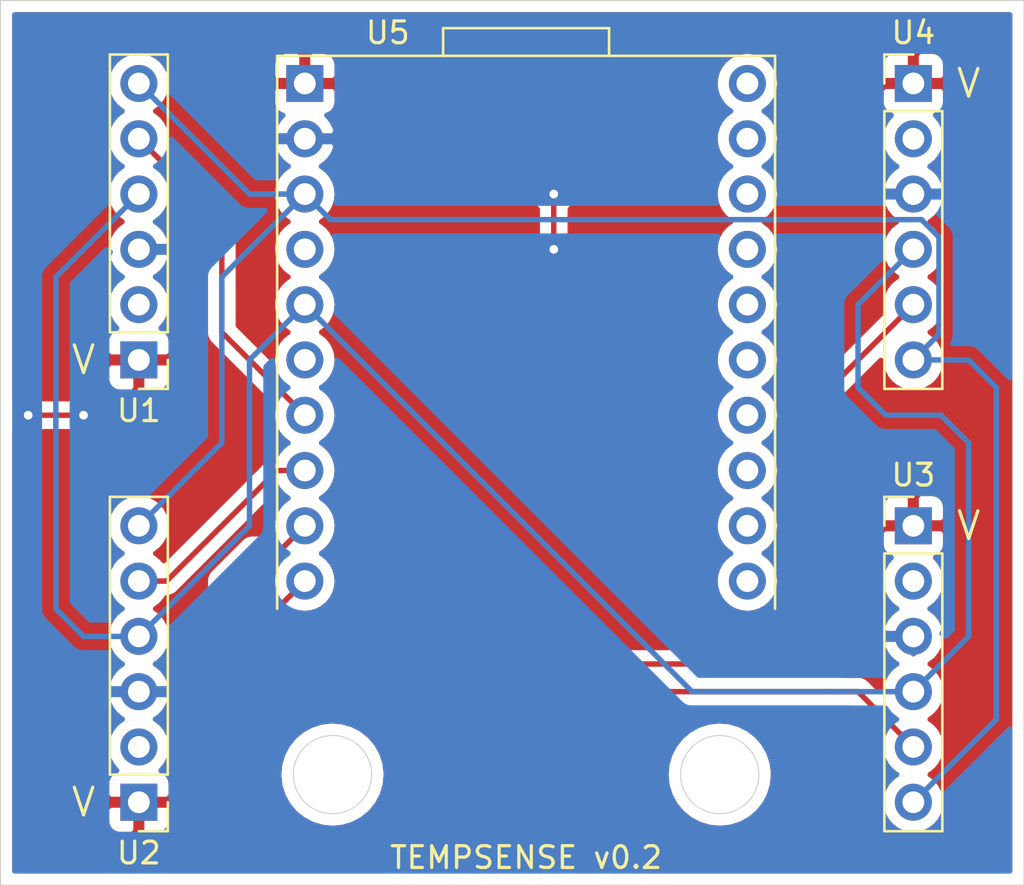
<source format=kicad_pcb>
(kicad_pcb (version 20171130) (host pcbnew "(5.1.2-1)-1")

  (general
    (thickness 1.6)
    (drawings 7)
    (tracks 62)
    (zones 0)
    (modules 5)
    (nets 25)
  )

  (page A4)
  (layers
    (0 F.Cu signal)
    (31 B.Cu signal)
    (32 B.Adhes user)
    (33 F.Adhes user)
    (34 B.Paste user)
    (35 F.Paste user)
    (36 B.SilkS user)
    (37 F.SilkS user)
    (38 B.Mask user)
    (39 F.Mask user)
    (40 Dwgs.User user)
    (41 Cmts.User user)
    (42 Eco1.User user)
    (43 Eco2.User user)
    (44 Edge.Cuts user)
    (45 Margin user)
    (46 B.CrtYd user)
    (47 F.CrtYd user)
    (48 B.Fab user)
    (49 F.Fab user)
  )

  (setup
    (last_trace_width 0.25)
    (trace_clearance 0.2)
    (zone_clearance 0.508)
    (zone_45_only no)
    (trace_min 0.2)
    (via_size 0.8)
    (via_drill 0.4)
    (via_min_size 0.4)
    (via_min_drill 0.3)
    (uvia_size 0.3)
    (uvia_drill 0.1)
    (uvias_allowed no)
    (uvia_min_size 0.2)
    (uvia_min_drill 0.1)
    (edge_width 0.05)
    (segment_width 0.2)
    (pcb_text_width 0.3)
    (pcb_text_size 1.5 1.5)
    (mod_edge_width 0.12)
    (mod_text_size 1 1)
    (mod_text_width 0.15)
    (pad_size 1.524 1.524)
    (pad_drill 0.762)
    (pad_to_mask_clearance 0.05)
    (aux_axis_origin 0 0)
    (visible_elements FFFFFF7F)
    (pcbplotparams
      (layerselection 0x010fc_ffffffff)
      (usegerberextensions false)
      (usegerberattributes true)
      (usegerberadvancedattributes true)
      (creategerberjobfile true)
      (excludeedgelayer true)
      (linewidth 0.100000)
      (plotframeref false)
      (viasonmask false)
      (mode 1)
      (useauxorigin false)
      (hpglpennumber 1)
      (hpglpenspeed 20)
      (hpglpendiameter 15.000000)
      (psnegative false)
      (psa4output false)
      (plotreference true)
      (plotvalue true)
      (plotinvisibletext false)
      (padsonsilk false)
      (subtractmaskfromsilk false)
      (outputformat 1)
      (mirror false)
      (drillshape 1)
      (scaleselection 1)
      (outputdirectory ""))
  )

  (net 0 "")
  (net 1 +5V)
  (net 2 "Net-(U1-Pad2)")
  (net 3 GND)
  (net 4 "Net-(U1-Pad5)")
  (net 5 CLK)
  (net 6 "Net-(U2-Pad5)")
  (net 7 "Net-(U2-Pad2)")
  (net 8 "Net-(U4-Pad2)")
  (net 9 "Net-(U3-Pad2)")
  (net 10 "Net-(U3-Pad5)")
  (net 11 "Net-(U4-Pad5)")
  (net 12 "Net-(U5-Pad11)")
  (net 13 "Net-(U5-Pad12)")
  (net 14 "Net-(U5-Pad13)")
  (net 15 "Net-(U5-Pad4)")
  (net 16 "Net-(U5-Pad14)")
  (net 17 "Net-(U5-Pad15)")
  (net 18 "Net-(U5-Pad6)")
  (net 19 "Net-(U5-Pad16)")
  (net 20 "Net-(U5-Pad17)")
  (net 21 "Net-(U5-Pad18)")
  (net 22 "Net-(U5-Pad19)")
  (net 23 "Net-(U5-Pad20)")
  (net 24 CIPO)

  (net_class Default "This is the default net class."
    (clearance 0.2)
    (trace_width 0.25)
    (via_dia 0.8)
    (via_drill 0.4)
    (uvia_dia 0.3)
    (uvia_drill 0.1)
    (add_net +5V)
    (add_net CIPO)
    (add_net CLK)
    (add_net GND)
    (add_net "Net-(U1-Pad2)")
    (add_net "Net-(U1-Pad5)")
    (add_net "Net-(U2-Pad2)")
    (add_net "Net-(U2-Pad5)")
    (add_net "Net-(U3-Pad2)")
    (add_net "Net-(U3-Pad5)")
    (add_net "Net-(U4-Pad2)")
    (add_net "Net-(U4-Pad5)")
    (add_net "Net-(U5-Pad11)")
    (add_net "Net-(U5-Pad12)")
    (add_net "Net-(U5-Pad13)")
    (add_net "Net-(U5-Pad14)")
    (add_net "Net-(U5-Pad15)")
    (add_net "Net-(U5-Pad16)")
    (add_net "Net-(U5-Pad17)")
    (add_net "Net-(U5-Pad18)")
    (add_net "Net-(U5-Pad19)")
    (add_net "Net-(U5-Pad20)")
    (add_net "Net-(U5-Pad4)")
    (add_net "Net-(U5-Pad6)")
  )

  (module TEMPSENSE:FT232H-socket (layer F.Cu) (tedit 5F0C98CD) (tstamp 5F07AD86)
    (at 317.5 205.74)
    (descr "20-lead though-hole mounted DIP package, row spacing 7.62 mm (300 mils), Socket")
    (tags "THT DIP DIL PDIP 2.54mm 7.62mm 300mil Socket")
    (path /5F04E877)
    (fp_text reference U5 (at 3.81 -2.33) (layer F.SilkS)
      (effects (font (size 1 1) (thickness 0.15)))
    )
    (fp_text value FT232H (at 3.81 25.19) (layer F.Fab)
      (effects (font (size 1 1) (thickness 0.15)))
    )
    (fp_line (start -1.27 24.13) (end -1.27 -1.27) (layer Dwgs.User) (width 0.12))
    (fp_line (start 21.59 24.13) (end -1.27 24.13) (layer Dwgs.User) (width 0.12))
    (fp_line (start 21.59 -1.27) (end 21.59 24.13) (layer Dwgs.User) (width 0.12))
    (fp_line (start -1.27 -1.27) (end 21.59 -1.27) (layer Dwgs.User) (width 0.12))
    (fp_line (start 13.97 -2.54) (end 13.97 -1.27) (layer F.SilkS) (width 0.12))
    (fp_line (start 6.35 -2.54) (end 6.35 -1.27) (layer F.SilkS) (width 0.12))
    (fp_line (start 6.35 -2.54) (end 13.97 -2.54) (layer F.SilkS) (width 0.12))
    (fp_line (start -1.55 24.45) (end -1.55 -1.6) (layer F.CrtYd) (width 0.12))
    (fp_line (start 21.59 24.45) (end -1.55 24.45) (layer F.CrtYd) (width 0.12))
    (fp_line (start 21.59 -1.6) (end 21.59 24.45) (layer F.CrtYd) (width 0.12))
    (fp_line (start -1.55 -1.6) (end 21.59 -1.6) (layer F.CrtYd) (width 0.12))
    (fp_line (start 21.59 24.19) (end 21.59 -1.33) (layer F.Fab) (width 0.1))
    (fp_line (start -1.55 -1.6) (end -1.55 24.45) (layer F.CrtYd) (width 0.05))
    (fp_line (start -1.55 24.45) (end 9.15 24.45) (layer F.CrtYd) (width 0.05))
    (fp_line (start 21.59 24.45) (end 21.59 -1.6) (layer F.CrtYd) (width 0.05))
    (fp_line (start 9.15 -1.6) (end -1.55 -1.6) (layer F.CrtYd) (width 0.05))
    (fp_line (start -1.27 24.13) (end -1.27 -1.27) (layer F.SilkS) (width 0.12))
    (fp_line (start -1.27 -1.27) (end 21.59 -1.27) (layer F.SilkS) (width 0.12))
    (fp_line (start 21.59 -1.27) (end 21.59 24.13) (layer F.SilkS) (width 0.12))
    (fp_text user %R (at 3.81 11.43) (layer F.Fab)
      (effects (font (size 1 1) (thickness 0.15)))
    )
    (pad 20 thru_hole oval (at 20.32 0) (size 1.7 1.7) (drill 1) (layers *.Cu *.Mask)
      (net 23 "Net-(U5-Pad20)"))
    (pad 10 thru_hole oval (at 0 22.86) (size 1.7 1.7) (drill 1) (layers *.Cu *.Mask)
      (net 11 "Net-(U4-Pad5)"))
    (pad 19 thru_hole oval (at 20.32 2.54) (size 1.7 1.7) (drill 1) (layers *.Cu *.Mask)
      (net 22 "Net-(U5-Pad19)"))
    (pad 9 thru_hole oval (at 0 20.32) (size 1.7 1.7) (drill 1) (layers *.Cu *.Mask)
      (net 10 "Net-(U3-Pad5)"))
    (pad 18 thru_hole oval (at 20.32 5.08) (size 1.7 1.7) (drill 1) (layers *.Cu *.Mask)
      (net 21 "Net-(U5-Pad18)"))
    (pad 8 thru_hole oval (at 0 17.78) (size 1.7 1.7) (drill 1) (layers *.Cu *.Mask)
      (net 6 "Net-(U2-Pad5)"))
    (pad 17 thru_hole oval (at 20.32 7.62) (size 1.7 1.7) (drill 1) (layers *.Cu *.Mask)
      (net 20 "Net-(U5-Pad17)"))
    (pad 7 thru_hole oval (at 0 15.24) (size 1.7 1.7) (drill 1) (layers *.Cu *.Mask)
      (net 4 "Net-(U1-Pad5)"))
    (pad 16 thru_hole oval (at 20.32 10.16) (size 1.7 1.7) (drill 1) (layers *.Cu *.Mask)
      (net 19 "Net-(U5-Pad16)"))
    (pad 6 thru_hole oval (at 0 12.7) (size 1.7 1.7) (drill 1) (layers *.Cu *.Mask)
      (net 18 "Net-(U5-Pad6)"))
    (pad 15 thru_hole oval (at 20.32 12.7) (size 1.7 1.7) (drill 1) (layers *.Cu *.Mask)
      (net 17 "Net-(U5-Pad15)"))
    (pad 5 thru_hole oval (at 0 10.16) (size 1.7 1.7) (drill 1) (layers *.Cu *.Mask)
      (net 24 CIPO))
    (pad 14 thru_hole oval (at 20.32 15.24) (size 1.7 1.7) (drill 1) (layers *.Cu *.Mask)
      (net 16 "Net-(U5-Pad14)"))
    (pad 4 thru_hole oval (at 0 7.62) (size 1.7 1.7) (drill 1) (layers *.Cu *.Mask)
      (net 15 "Net-(U5-Pad4)"))
    (pad 13 thru_hole oval (at 20.32 17.78) (size 1.7 1.7) (drill 1) (layers *.Cu *.Mask)
      (net 14 "Net-(U5-Pad13)"))
    (pad 3 thru_hole oval (at 0 5.08) (size 1.7 1.7) (drill 1) (layers *.Cu *.Mask)
      (net 5 CLK))
    (pad 12 thru_hole oval (at 20.32 20.32) (size 1.7 1.7) (drill 1) (layers *.Cu *.Mask)
      (net 13 "Net-(U5-Pad12)"))
    (pad 2 thru_hole oval (at 0 2.54) (size 1.7 1.7) (drill 1) (layers *.Cu *.Mask)
      (net 3 GND))
    (pad 11 thru_hole oval (at 20.32 22.86) (size 1.7 1.7) (drill 1) (layers *.Cu *.Mask)
      (net 12 "Net-(U5-Pad11)"))
    (pad 1 thru_hole rect (at 0 0) (size 1.7 1.7) (drill 1) (layers *.Cu *.Mask)
      (net 1 +5V))
    (model ${KISYS3DMOD}/Package_DIP.3dshapes/DIP-20_W7.62mm_Socket.wrl
      (at (xyz 0 0 0))
      (scale (xyz 1 1 1))
      (rotate (xyz 0 0 0))
    )
  )

  (module TEMPSENSE:Max-31855-board (layer F.Cu) (tedit 5F0C9454) (tstamp 5F07B0BB)
    (at 309.88 238.76 180)
    (descr "Through hole straight pin header, 1x06, 2.54mm pitch, single row")
    (tags "Through hole pin header THT 1x06 2.54mm single row")
    (path /5F04AF18)
    (fp_text reference U2 (at 0 -2.33) (layer F.SilkS)
      (effects (font (size 1 1) (thickness 0.15)))
    )
    (fp_text value MAX31855 (at 0 15.03) (layer F.Fab)
      (effects (font (size 1 1) (thickness 0.15)))
    )
    (fp_line (start -0.635 -1.27) (end 1.27 -1.27) (layer F.Fab) (width 0.1))
    (fp_line (start 1.27 -1.27) (end 1.27 13.97) (layer F.Fab) (width 0.1))
    (fp_line (start 1.27 13.97) (end -1.27 13.97) (layer F.Fab) (width 0.1))
    (fp_line (start -1.27 13.97) (end -1.27 -0.635) (layer F.Fab) (width 0.1))
    (fp_line (start -1.27 -0.635) (end -0.635 -1.27) (layer F.Fab) (width 0.1))
    (fp_line (start -1.33 14.03) (end 1.33 14.03) (layer F.SilkS) (width 0.12))
    (fp_line (start -1.33 1.27) (end -1.33 14.03) (layer F.SilkS) (width 0.12))
    (fp_line (start 1.33 1.27) (end 1.33 14.03) (layer F.SilkS) (width 0.12))
    (fp_line (start -1.33 1.27) (end 1.33 1.27) (layer F.SilkS) (width 0.12))
    (fp_line (start -1.33 0) (end -1.33 -1.33) (layer F.SilkS) (width 0.12))
    (fp_line (start -1.33 -1.33) (end 0 -1.33) (layer F.SilkS) (width 0.12))
    (fp_line (start -1.8 -1.8) (end -1.8 14.5) (layer F.CrtYd) (width 0.05))
    (fp_line (start -1.8 14.5) (end 1.8 14.5) (layer F.CrtYd) (width 0.05))
    (fp_line (start 1.8 14.5) (end 1.8 -1.8) (layer F.CrtYd) (width 0.05))
    (fp_line (start 1.8 -1.8) (end -1.8 -1.8) (layer F.CrtYd) (width 0.05))
    (fp_text user V (at 2.54 0) (layer F.SilkS)
      (effects (font (size 1.27 1.27) (thickness 0.15)))
    )
    (fp_text user %R (at 0 6.35 90) (layer F.Fab)
      (effects (font (size 1 1) (thickness 0.15)))
    )
    (pad 6 thru_hole oval (at 0 12.7 180) (size 1.7 1.7) (drill 1) (layers *.Cu *.Mask)
      (net 5 CLK))
    (pad 5 thru_hole oval (at 0 10.16 180) (size 1.7 1.7) (drill 1) (layers *.Cu *.Mask)
      (net 6 "Net-(U2-Pad5)"))
    (pad 4 thru_hole oval (at 0 7.62 180) (size 1.7 1.7) (drill 1) (layers *.Cu *.Mask)
      (net 24 CIPO))
    (pad 3 thru_hole oval (at 0 5.08 180) (size 1.7 1.7) (drill 1) (layers *.Cu *.Mask)
      (net 3 GND))
    (pad 2 thru_hole oval (at 0 2.54 180) (size 1.7 1.7) (drill 1) (layers *.Cu *.Mask)
      (net 7 "Net-(U2-Pad2)"))
    (pad 1 thru_hole rect (at 0 0 180) (size 1.7 1.7) (drill 1) (layers *.Cu *.Mask)
      (net 1 +5V))
    (model ${KISYS3DMOD}/Connector_PinHeader_2.54mm.3dshapes/PinHeader_1x06_P2.54mm_Vertical.wrl
      (at (xyz 0 0 0))
      (scale (xyz 1 1 1))
      (rotate (xyz 0 0 0))
    )
  )

  (module TEMPSENSE:Max-31855-board (layer F.Cu) (tedit 5F0C9454) (tstamp 5F07A99F)
    (at 309.88 218.44 180)
    (descr "Through hole straight pin header, 1x06, 2.54mm pitch, single row")
    (tags "Through hole pin header THT 1x06 2.54mm single row")
    (path /5F04AC2E)
    (fp_text reference U1 (at 0 -2.33) (layer F.SilkS)
      (effects (font (size 1 1) (thickness 0.15)))
    )
    (fp_text value MAX31855 (at 0 15.03) (layer F.Fab)
      (effects (font (size 1 1) (thickness 0.15)))
    )
    (fp_line (start -0.635 -1.27) (end 1.27 -1.27) (layer F.Fab) (width 0.1))
    (fp_line (start 1.27 -1.27) (end 1.27 13.97) (layer F.Fab) (width 0.1))
    (fp_line (start 1.27 13.97) (end -1.27 13.97) (layer F.Fab) (width 0.1))
    (fp_line (start -1.27 13.97) (end -1.27 -0.635) (layer F.Fab) (width 0.1))
    (fp_line (start -1.27 -0.635) (end -0.635 -1.27) (layer F.Fab) (width 0.1))
    (fp_line (start -1.33 14.03) (end 1.33 14.03) (layer F.SilkS) (width 0.12))
    (fp_line (start -1.33 1.27) (end -1.33 14.03) (layer F.SilkS) (width 0.12))
    (fp_line (start 1.33 1.27) (end 1.33 14.03) (layer F.SilkS) (width 0.12))
    (fp_line (start -1.33 1.27) (end 1.33 1.27) (layer F.SilkS) (width 0.12))
    (fp_line (start -1.33 0) (end -1.33 -1.33) (layer F.SilkS) (width 0.12))
    (fp_line (start -1.33 -1.33) (end 0 -1.33) (layer F.SilkS) (width 0.12))
    (fp_line (start -1.8 -1.8) (end -1.8 14.5) (layer F.CrtYd) (width 0.05))
    (fp_line (start -1.8 14.5) (end 1.8 14.5) (layer F.CrtYd) (width 0.05))
    (fp_line (start 1.8 14.5) (end 1.8 -1.8) (layer F.CrtYd) (width 0.05))
    (fp_line (start 1.8 -1.8) (end -1.8 -1.8) (layer F.CrtYd) (width 0.05))
    (fp_text user V (at 2.54 0) (layer F.SilkS)
      (effects (font (size 1.27 1.27) (thickness 0.15)))
    )
    (fp_text user %R (at 0 6.35 180) (layer F.Fab)
      (effects (font (size 1 1) (thickness 0.15)))
    )
    (pad 6 thru_hole oval (at 0 12.7 180) (size 1.7 1.7) (drill 1) (layers *.Cu *.Mask)
      (net 5 CLK))
    (pad 5 thru_hole oval (at 0 10.16 180) (size 1.7 1.7) (drill 1) (layers *.Cu *.Mask)
      (net 4 "Net-(U1-Pad5)"))
    (pad 4 thru_hole oval (at 0 7.62 180) (size 1.7 1.7) (drill 1) (layers *.Cu *.Mask)
      (net 24 CIPO))
    (pad 3 thru_hole oval (at 0 5.08 180) (size 1.7 1.7) (drill 1) (layers *.Cu *.Mask)
      (net 3 GND))
    (pad 2 thru_hole oval (at 0 2.54 180) (size 1.7 1.7) (drill 1) (layers *.Cu *.Mask)
      (net 2 "Net-(U1-Pad2)"))
    (pad 1 thru_hole rect (at 0 0 180) (size 1.7 1.7) (drill 1) (layers *.Cu *.Mask)
      (net 1 +5V))
    (model ${KISYS3DMOD}/Connector_PinHeader_2.54mm.3dshapes/PinHeader_1x06_P2.54mm_Vertical.wrl
      (at (xyz 0 0 0))
      (scale (xyz 1 1 1))
      (rotate (xyz 0 0 0))
    )
  )

  (module TEMPSENSE:Max-31855-board (layer F.Cu) (tedit 5F0C9454) (tstamp 5F07A9D7)
    (at 345.44 226.06)
    (descr "Through hole straight pin header, 1x06, 2.54mm pitch, single row")
    (tags "Through hole pin header THT 1x06 2.54mm single row")
    (path /5F04B0BE)
    (fp_text reference U3 (at 0 -2.33) (layer F.SilkS)
      (effects (font (size 1 1) (thickness 0.15)))
    )
    (fp_text value MAX31855 (at 0 15.03) (layer F.Fab)
      (effects (font (size 1 1) (thickness 0.15)))
    )
    (fp_line (start -0.635 -1.27) (end 1.27 -1.27) (layer F.Fab) (width 0.1))
    (fp_line (start 1.27 -1.27) (end 1.27 13.97) (layer F.Fab) (width 0.1))
    (fp_line (start 1.27 13.97) (end -1.27 13.97) (layer F.Fab) (width 0.1))
    (fp_line (start -1.27 13.97) (end -1.27 -0.635) (layer F.Fab) (width 0.1))
    (fp_line (start -1.27 -0.635) (end -0.635 -1.27) (layer F.Fab) (width 0.1))
    (fp_line (start -1.33 14.03) (end 1.33 14.03) (layer F.SilkS) (width 0.12))
    (fp_line (start -1.33 1.27) (end -1.33 14.03) (layer F.SilkS) (width 0.12))
    (fp_line (start 1.33 1.27) (end 1.33 14.03) (layer F.SilkS) (width 0.12))
    (fp_line (start -1.33 1.27) (end 1.33 1.27) (layer F.SilkS) (width 0.12))
    (fp_line (start -1.33 0) (end -1.33 -1.33) (layer F.SilkS) (width 0.12))
    (fp_line (start -1.33 -1.33) (end 0 -1.33) (layer F.SilkS) (width 0.12))
    (fp_line (start -1.8 -1.8) (end -1.8 14.5) (layer F.CrtYd) (width 0.05))
    (fp_line (start -1.8 14.5) (end 1.8 14.5) (layer F.CrtYd) (width 0.05))
    (fp_line (start 1.8 14.5) (end 1.8 -1.8) (layer F.CrtYd) (width 0.05))
    (fp_line (start 1.8 -1.8) (end -1.8 -1.8) (layer F.CrtYd) (width 0.05))
    (fp_text user V (at 2.54 0) (layer F.SilkS)
      (effects (font (size 1.27 1.27) (thickness 0.15)))
    )
    (fp_text user %R (at 0 6.35 90) (layer F.Fab)
      (effects (font (size 1 1) (thickness 0.15)))
    )
    (pad 6 thru_hole oval (at 0 12.7) (size 1.7 1.7) (drill 1) (layers *.Cu *.Mask)
      (net 5 CLK))
    (pad 5 thru_hole oval (at 0 10.16) (size 1.7 1.7) (drill 1) (layers *.Cu *.Mask)
      (net 10 "Net-(U3-Pad5)"))
    (pad 4 thru_hole oval (at 0 7.62) (size 1.7 1.7) (drill 1) (layers *.Cu *.Mask)
      (net 24 CIPO))
    (pad 3 thru_hole oval (at 0 5.08) (size 1.7 1.7) (drill 1) (layers *.Cu *.Mask)
      (net 3 GND))
    (pad 2 thru_hole oval (at 0 2.54) (size 1.7 1.7) (drill 1) (layers *.Cu *.Mask)
      (net 9 "Net-(U3-Pad2)"))
    (pad 1 thru_hole rect (at 0 0) (size 1.7 1.7) (drill 1) (layers *.Cu *.Mask)
      (net 1 +5V))
    (model ${KISYS3DMOD}/Connector_PinHeader_2.54mm.3dshapes/PinHeader_1x06_P2.54mm_Vertical.wrl
      (at (xyz 0 0 0))
      (scale (xyz 1 1 1))
      (rotate (xyz 0 0 0))
    )
  )

  (module TEMPSENSE:Max-31855-board (layer F.Cu) (tedit 5F0C9454) (tstamp 5F07A9F3)
    (at 345.44 205.74)
    (descr "Through hole straight pin header, 1x06, 2.54mm pitch, single row")
    (tags "Through hole pin header THT 1x06 2.54mm single row")
    (path /5F04B7B2)
    (fp_text reference U4 (at 0 -2.33) (layer F.SilkS)
      (effects (font (size 1 1) (thickness 0.15)))
    )
    (fp_text value MAX31855 (at 0 15.03) (layer F.Fab)
      (effects (font (size 1 1) (thickness 0.15)))
    )
    (fp_line (start -0.635 -1.27) (end 1.27 -1.27) (layer F.Fab) (width 0.1))
    (fp_line (start 1.27 -1.27) (end 1.27 13.97) (layer F.Fab) (width 0.1))
    (fp_line (start 1.27 13.97) (end -1.27 13.97) (layer F.Fab) (width 0.1))
    (fp_line (start -1.27 13.97) (end -1.27 -0.635) (layer F.Fab) (width 0.1))
    (fp_line (start -1.27 -0.635) (end -0.635 -1.27) (layer F.Fab) (width 0.1))
    (fp_line (start -1.33 14.03) (end 1.33 14.03) (layer F.SilkS) (width 0.12))
    (fp_line (start -1.33 1.27) (end -1.33 14.03) (layer F.SilkS) (width 0.12))
    (fp_line (start 1.33 1.27) (end 1.33 14.03) (layer F.SilkS) (width 0.12))
    (fp_line (start -1.33 1.27) (end 1.33 1.27) (layer F.SilkS) (width 0.12))
    (fp_line (start -1.33 0) (end -1.33 -1.33) (layer F.SilkS) (width 0.12))
    (fp_line (start -1.33 -1.33) (end 0 -1.33) (layer F.SilkS) (width 0.12))
    (fp_line (start -1.8 -1.8) (end -1.8 14.5) (layer F.CrtYd) (width 0.05))
    (fp_line (start -1.8 14.5) (end 1.8 14.5) (layer F.CrtYd) (width 0.05))
    (fp_line (start 1.8 14.5) (end 1.8 -1.8) (layer F.CrtYd) (width 0.05))
    (fp_line (start 1.8 -1.8) (end -1.8 -1.8) (layer F.CrtYd) (width 0.05))
    (fp_text user V (at 2.54 0) (layer F.SilkS)
      (effects (font (size 1.27 1.27) (thickness 0.15)))
    )
    (fp_text user %R (at 0 6.35 90) (layer F.Fab)
      (effects (font (size 1 1) (thickness 0.15)))
    )
    (pad 6 thru_hole oval (at 0 12.7) (size 1.7 1.7) (drill 1) (layers *.Cu *.Mask)
      (net 5 CLK))
    (pad 5 thru_hole oval (at 0 10.16) (size 1.7 1.7) (drill 1) (layers *.Cu *.Mask)
      (net 11 "Net-(U4-Pad5)"))
    (pad 4 thru_hole oval (at 0 7.62) (size 1.7 1.7) (drill 1) (layers *.Cu *.Mask)
      (net 24 CIPO))
    (pad 3 thru_hole oval (at 0 5.08) (size 1.7 1.7) (drill 1) (layers *.Cu *.Mask)
      (net 3 GND))
    (pad 2 thru_hole oval (at 0 2.54) (size 1.7 1.7) (drill 1) (layers *.Cu *.Mask)
      (net 8 "Net-(U4-Pad2)"))
    (pad 1 thru_hole rect (at 0 0) (size 1.7 1.7) (drill 1) (layers *.Cu *.Mask)
      (net 1 +5V))
    (model ${KISYS3DMOD}/Connector_PinHeader_2.54mm.3dshapes/PinHeader_1x06_P2.54mm_Vertical.wrl
      (at (xyz 0 0 0))
      (scale (xyz 1 1 1))
      (rotate (xyz 0 0 0))
    )
  )

  (gr_text "TEMPSENSE v0.2" (at 327.66 241.3) (layer F.SilkS)
    (effects (font (size 1 1) (thickness 0.15)))
  )
  (gr_circle (center 336.55 237.49) (end 335.28 236.22) (layer Edge.Cuts) (width 0.05))
  (gr_circle (center 318.77 237.49) (end 320.04 236.22) (layer Edge.Cuts) (width 0.05) (tstamp 5F0DFA15))
  (gr_line (start 350.52 201.93) (end 303.53 201.93) (layer Edge.Cuts) (width 0.05) (tstamp 5F07B193))
  (gr_line (start 350.52 242.57) (end 350.52 201.93) (layer Edge.Cuts) (width 0.05))
  (gr_line (start 303.53 242.57) (end 350.52 242.57) (layer Edge.Cuts) (width 0.05))
  (gr_line (start 303.53 201.93) (end 303.53 242.57) (layer Edge.Cuts) (width 0.05))

  (via (at 328.93 210.82) (size 0.8) (drill 0.4) (layers F.Cu B.Cu) (net 3))
  (via (at 328.93 213.36) (size 0.8) (drill 0.4) (layers F.Cu B.Cu) (net 3))
  (segment (start 328.93 210.82) (end 328.93 213.36) (width 0.25) (layer F.Cu) (net 3))
  (segment (start 307.34 220.98) (end 304.8 220.98) (width 0.25) (layer F.Cu) (net 3))
  (via (at 307.34 220.98) (size 0.8) (drill 0.4) (layers F.Cu B.Cu) (net 3))
  (via (at 304.8 220.98) (size 0.8) (drill 0.4) (layers F.Cu B.Cu) (net 3))
  (segment (start 345.44 231.940998) (end 345.44 231.14) (width 0.25) (layer B.Cu) (net 3))
  (segment (start 306.07 214.63) (end 309.88 210.82) (width 0.25) (layer B.Cu) (net 24))
  (segment (start 306.07 227.33) (end 306.07 214.63) (width 0.25) (layer B.Cu) (net 24))
  (segment (start 314.96 218.44) (end 314.96 223.52) (width 0.25) (layer B.Cu) (net 24))
  (segment (start 317.5 215.9) (end 314.96 218.44) (width 0.25) (layer B.Cu) (net 24))
  (segment (start 317.5 215.9) (end 332.74 231.14) (width 0.25) (layer B.Cu) (net 24))
  (segment (start 342.9 215.9) (end 345.44 213.36) (width 0.25) (layer B.Cu) (net 24))
  (segment (start 347.98 222.25) (end 346.71 220.98) (width 0.25) (layer B.Cu) (net 24))
  (segment (start 344.17 220.98) (end 342.9 219.71) (width 0.25) (layer B.Cu) (net 24))
  (segment (start 346.71 220.98) (end 344.17 220.98) (width 0.25) (layer B.Cu) (net 24))
  (segment (start 342.9 219.71) (end 342.9 215.9) (width 0.25) (layer B.Cu) (net 24))
  (segment (start 347.98 228.6) (end 347.98 222.25) (width 0.25) (layer B.Cu) (net 24))
  (segment (start 314.96 226.06) (end 309.88 231.14) (width 0.25) (layer B.Cu) (net 24))
  (segment (start 314.96 223.52) (end 314.96 226.06) (width 0.25) (layer B.Cu) (net 24))
  (segment (start 309.88 231.14) (end 307.34 231.14) (width 0.25) (layer B.Cu) (net 24))
  (segment (start 306.07 229.87) (end 306.07 227.33) (width 0.25) (layer B.Cu) (net 24))
  (segment (start 307.34 231.14) (end 306.07 229.87) (width 0.25) (layer B.Cu) (net 24))
  (segment (start 347.98 228.6) (end 347.98 231.14) (width 0.25) (layer B.Cu) (net 24))
  (segment (start 347.98 231.14) (end 345.44 233.68) (width 0.25) (layer B.Cu) (net 24))
  (segment (start 332.74 231.14) (end 335.28 233.68) (width 0.25) (layer B.Cu) (net 24))
  (segment (start 335.28 233.68) (end 345.44 233.68) (width 0.25) (layer B.Cu) (net 24))
  (segment (start 317.5 220.98) (end 313.69 217.17) (width 0.25) (layer F.Cu) (net 4))
  (segment (start 313.69 212.09) (end 309.88 208.28) (width 0.25) (layer F.Cu) (net 4))
  (segment (start 313.69 217.17) (end 313.69 212.09) (width 0.25) (layer F.Cu) (net 4))
  (segment (start 345.44 218.44) (end 347.98 218.44) (width 0.25) (layer B.Cu) (net 5))
  (segment (start 347.98 218.44) (end 349.25 219.71) (width 0.25) (layer B.Cu) (net 5))
  (segment (start 313.69 214.63) (end 313.69 219.71) (width 0.25) (layer B.Cu) (net 5))
  (segment (start 317.5 210.82) (end 313.69 214.63) (width 0.25) (layer B.Cu) (net 5))
  (segment (start 349.25 219.71) (end 349.25 232.41) (width 0.25) (layer B.Cu) (net 5))
  (segment (start 314.96 210.82) (end 309.88 205.74) (width 0.25) (layer B.Cu) (net 5))
  (segment (start 317.5 210.82) (end 314.96 210.82) (width 0.25) (layer B.Cu) (net 5))
  (segment (start 318.675001 211.995001) (end 317.5 210.82) (width 0.25) (layer B.Cu) (net 5))
  (segment (start 346.615001 212.795999) (end 345.814003 211.995001) (width 0.25) (layer B.Cu) (net 5))
  (segment (start 345.814003 211.995001) (end 318.675001 211.995001) (width 0.25) (layer B.Cu) (net 5))
  (segment (start 346.615001 217.264999) (end 346.615001 212.795999) (width 0.25) (layer B.Cu) (net 5))
  (segment (start 345.44 218.44) (end 346.615001 217.264999) (width 0.25) (layer B.Cu) (net 5))
  (segment (start 313.69 219.71) (end 313.69 222.25) (width 0.25) (layer B.Cu) (net 5))
  (segment (start 313.69 222.25) (end 309.88 226.06) (width 0.25) (layer B.Cu) (net 5))
  (segment (start 349.25 232.41) (end 349.25 234.95) (width 0.25) (layer B.Cu) (net 5))
  (segment (start 349.25 234.95) (end 345.44 238.76) (width 0.25) (layer B.Cu) (net 5))
  (segment (start 317.5 223.52) (end 316.23 223.52) (width 0.25) (layer F.Cu) (net 6))
  (segment (start 316.23 223.52) (end 313.69 226.06) (width 0.25) (layer F.Cu) (net 6))
  (segment (start 313.69 226.06) (end 311.15 228.6) (width 0.25) (layer F.Cu) (net 6))
  (segment (start 311.15 228.6) (end 309.88 228.6) (width 0.25) (layer F.Cu) (net 6))
  (segment (start 316.374999 227.185001) (end 315.104999 227.185001) (width 0.25) (layer F.Cu) (net 10))
  (segment (start 317.5 226.06) (end 316.374999 227.185001) (width 0.25) (layer F.Cu) (net 10))
  (segment (start 315.104999 227.185001) (end 313.69 228.6) (width 0.25) (layer F.Cu) (net 10))
  (segment (start 313.69 228.6) (end 313.69 233.68) (width 0.25) (layer F.Cu) (net 10))
  (segment (start 342.9 233.68) (end 345.44 236.22) (width 0.25) (layer F.Cu) (net 10))
  (segment (start 341.63 233.68) (end 342.9 233.68) (width 0.25) (layer F.Cu) (net 10))
  (segment (start 313.69 233.68) (end 341.63 233.68) (width 0.25) (layer F.Cu) (net 10))
  (segment (start 317.5 228.6) (end 314.96 231.14) (width 0.25) (layer F.Cu) (net 11))
  (segment (start 314.96 231.14) (end 314.96 232.41) (width 0.25) (layer F.Cu) (net 11))
  (segment (start 314.96 232.41) (end 341.63 232.41) (width 0.25) (layer F.Cu) (net 11))
  (segment (start 341.63 219.71) (end 345.44 215.9) (width 0.25) (layer F.Cu) (net 11))
  (segment (start 341.63 232.41) (end 341.63 219.71) (width 0.25) (layer F.Cu) (net 11))

  (zone (net 3) (net_name GND) (layer B.Cu) (tstamp 5F68F58B) (hatch edge 0.508)
    (connect_pads (clearance 0.508))
    (min_thickness 0.254)
    (fill yes (arc_segments 32) (thermal_gap 0.508) (thermal_bridge_width 0.508))
    (polygon
      (pts
        (xy 350.52 242.57) (xy 303.53 242.57) (xy 303.53 201.93) (xy 350.52 201.93)
      )
    )
    (filled_polygon
      (pts
        (xy 349.860001 219.255294) (xy 349.790001 219.169999) (xy 349.761003 219.146201) (xy 348.543804 217.929003) (xy 348.520001 217.899999)
        (xy 348.404276 217.805026) (xy 348.272247 217.734454) (xy 348.128986 217.690997) (xy 348.017333 217.68) (xy 348.017322 217.68)
        (xy 347.98 217.676324) (xy 347.942678 217.68) (xy 347.254933 217.68) (xy 347.320547 217.557246) (xy 347.364004 217.413985)
        (xy 347.375001 217.302332) (xy 347.375001 217.302323) (xy 347.378677 217.265) (xy 347.375001 217.227677) (xy 347.375001 212.833321)
        (xy 347.378677 212.795998) (xy 347.375001 212.758675) (xy 347.375001 212.758666) (xy 347.364004 212.647013) (xy 347.320547 212.503752)
        (xy 347.249975 212.371723) (xy 347.155002 212.255998) (xy 347.126003 212.2322) (xy 346.612987 211.719183) (xy 346.711641 211.58692)
        (xy 346.836825 211.324099) (xy 346.881476 211.17689) (xy 346.760155 210.947) (xy 345.567 210.947) (xy 345.567 210.967)
        (xy 345.313 210.967) (xy 345.313 210.947) (xy 344.119845 210.947) (xy 343.998524 211.17689) (xy 344.01615 211.235001)
        (xy 339.245931 211.235001) (xy 339.283513 211.111111) (xy 339.312185 210.82) (xy 339.283513 210.528889) (xy 339.198599 210.248966)
        (xy 339.060706 209.990986) (xy 338.875134 209.764866) (xy 338.649014 209.579294) (xy 338.594209 209.55) (xy 338.649014 209.520706)
        (xy 338.875134 209.335134) (xy 339.060706 209.109014) (xy 339.198599 208.851034) (xy 339.283513 208.571111) (xy 339.312185 208.28)
        (xy 343.947815 208.28) (xy 343.976487 208.571111) (xy 344.061401 208.851034) (xy 344.199294 209.109014) (xy 344.384866 209.335134)
        (xy 344.610986 209.520706) (xy 344.675523 209.555201) (xy 344.558645 209.624822) (xy 344.342412 209.819731) (xy 344.168359 210.05308)
        (xy 344.043175 210.315901) (xy 343.998524 210.46311) (xy 344.119845 210.693) (xy 345.313 210.693) (xy 345.313 210.673)
        (xy 345.567 210.673) (xy 345.567 210.693) (xy 346.760155 210.693) (xy 346.881476 210.46311) (xy 346.836825 210.315901)
        (xy 346.711641 210.05308) (xy 346.537588 209.819731) (xy 346.321355 209.624822) (xy 346.204477 209.555201) (xy 346.269014 209.520706)
        (xy 346.495134 209.335134) (xy 346.680706 209.109014) (xy 346.818599 208.851034) (xy 346.903513 208.571111) (xy 346.932185 208.28)
        (xy 346.903513 207.988889) (xy 346.818599 207.708966) (xy 346.680706 207.450986) (xy 346.495134 207.224866) (xy 346.465313 207.200393)
        (xy 346.53418 207.179502) (xy 346.644494 207.120537) (xy 346.741185 207.041185) (xy 346.820537 206.944494) (xy 346.879502 206.83418)
        (xy 346.915812 206.714482) (xy 346.928072 206.59) (xy 346.928072 204.89) (xy 346.915812 204.765518) (xy 346.879502 204.64582)
        (xy 346.820537 204.535506) (xy 346.741185 204.438815) (xy 346.644494 204.359463) (xy 346.53418 204.300498) (xy 346.414482 204.264188)
        (xy 346.29 204.251928) (xy 344.59 204.251928) (xy 344.465518 204.264188) (xy 344.34582 204.300498) (xy 344.235506 204.359463)
        (xy 344.138815 204.438815) (xy 344.059463 204.535506) (xy 344.000498 204.64582) (xy 343.964188 204.765518) (xy 343.951928 204.89)
        (xy 343.951928 206.59) (xy 343.964188 206.714482) (xy 344.000498 206.83418) (xy 344.059463 206.944494) (xy 344.138815 207.041185)
        (xy 344.235506 207.120537) (xy 344.34582 207.179502) (xy 344.414687 207.200393) (xy 344.384866 207.224866) (xy 344.199294 207.450986)
        (xy 344.061401 207.708966) (xy 343.976487 207.988889) (xy 343.947815 208.28) (xy 339.312185 208.28) (xy 339.283513 207.988889)
        (xy 339.198599 207.708966) (xy 339.060706 207.450986) (xy 338.875134 207.224866) (xy 338.649014 207.039294) (xy 338.594209 207.01)
        (xy 338.649014 206.980706) (xy 338.875134 206.795134) (xy 339.060706 206.569014) (xy 339.198599 206.311034) (xy 339.283513 206.031111)
        (xy 339.312185 205.74) (xy 339.283513 205.448889) (xy 339.198599 205.168966) (xy 339.060706 204.910986) (xy 338.875134 204.684866)
        (xy 338.649014 204.499294) (xy 338.391034 204.361401) (xy 338.111111 204.276487) (xy 337.89295 204.255) (xy 337.74705 204.255)
        (xy 337.528889 204.276487) (xy 337.248966 204.361401) (xy 336.990986 204.499294) (xy 336.764866 204.684866) (xy 336.579294 204.910986)
        (xy 336.441401 205.168966) (xy 336.356487 205.448889) (xy 336.327815 205.74) (xy 336.356487 206.031111) (xy 336.441401 206.311034)
        (xy 336.579294 206.569014) (xy 336.764866 206.795134) (xy 336.990986 206.980706) (xy 337.045791 207.01) (xy 336.990986 207.039294)
        (xy 336.764866 207.224866) (xy 336.579294 207.450986) (xy 336.441401 207.708966) (xy 336.356487 207.988889) (xy 336.327815 208.28)
        (xy 336.356487 208.571111) (xy 336.441401 208.851034) (xy 336.579294 209.109014) (xy 336.764866 209.335134) (xy 336.990986 209.520706)
        (xy 337.045791 209.55) (xy 336.990986 209.579294) (xy 336.764866 209.764866) (xy 336.579294 209.990986) (xy 336.441401 210.248966)
        (xy 336.356487 210.528889) (xy 336.327815 210.82) (xy 336.356487 211.111111) (xy 336.394069 211.235001) (xy 318.989803 211.235001)
        (xy 318.940797 211.185995) (xy 318.963513 211.111111) (xy 318.992185 210.82) (xy 318.963513 210.528889) (xy 318.878599 210.248966)
        (xy 318.740706 209.990986) (xy 318.555134 209.764866) (xy 318.329014 209.579294) (xy 318.264477 209.544799) (xy 318.381355 209.475178)
        (xy 318.597588 209.280269) (xy 318.771641 209.04692) (xy 318.896825 208.784099) (xy 318.941476 208.63689) (xy 318.820155 208.407)
        (xy 317.627 208.407) (xy 317.627 208.427) (xy 317.373 208.427) (xy 317.373 208.407) (xy 316.179845 208.407)
        (xy 316.058524 208.63689) (xy 316.103175 208.784099) (xy 316.228359 209.04692) (xy 316.402412 209.280269) (xy 316.618645 209.475178)
        (xy 316.735523 209.544799) (xy 316.670986 209.579294) (xy 316.444866 209.764866) (xy 316.259294 209.990986) (xy 316.222405 210.06)
        (xy 315.274802 210.06) (xy 311.320797 206.105996) (xy 311.343513 206.031111) (xy 311.372185 205.74) (xy 311.343513 205.448889)
        (xy 311.258599 205.168966) (xy 311.120706 204.910986) (xy 311.103484 204.89) (xy 316.011928 204.89) (xy 316.011928 206.59)
        (xy 316.024188 206.714482) (xy 316.060498 206.83418) (xy 316.119463 206.944494) (xy 316.198815 207.041185) (xy 316.295506 207.120537)
        (xy 316.40582 207.179502) (xy 316.486466 207.203966) (xy 316.402412 207.279731) (xy 316.228359 207.51308) (xy 316.103175 207.775901)
        (xy 316.058524 207.92311) (xy 316.179845 208.153) (xy 317.373 208.153) (xy 317.373 208.133) (xy 317.627 208.133)
        (xy 317.627 208.153) (xy 318.820155 208.153) (xy 318.941476 207.92311) (xy 318.896825 207.775901) (xy 318.771641 207.51308)
        (xy 318.597588 207.279731) (xy 318.513534 207.203966) (xy 318.59418 207.179502) (xy 318.704494 207.120537) (xy 318.801185 207.041185)
        (xy 318.880537 206.944494) (xy 318.939502 206.83418) (xy 318.975812 206.714482) (xy 318.988072 206.59) (xy 318.988072 204.89)
        (xy 318.975812 204.765518) (xy 318.939502 204.64582) (xy 318.880537 204.535506) (xy 318.801185 204.438815) (xy 318.704494 204.359463)
        (xy 318.59418 204.300498) (xy 318.474482 204.264188) (xy 318.35 204.251928) (xy 316.65 204.251928) (xy 316.525518 204.264188)
        (xy 316.40582 204.300498) (xy 316.295506 204.359463) (xy 316.198815 204.438815) (xy 316.119463 204.535506) (xy 316.060498 204.64582)
        (xy 316.024188 204.765518) (xy 316.011928 204.89) (xy 311.103484 204.89) (xy 310.935134 204.684866) (xy 310.709014 204.499294)
        (xy 310.451034 204.361401) (xy 310.171111 204.276487) (xy 309.95295 204.255) (xy 309.80705 204.255) (xy 309.588889 204.276487)
        (xy 309.308966 204.361401) (xy 309.050986 204.499294) (xy 308.824866 204.684866) (xy 308.639294 204.910986) (xy 308.501401 205.168966)
        (xy 308.416487 205.448889) (xy 308.387815 205.74) (xy 308.416487 206.031111) (xy 308.501401 206.311034) (xy 308.639294 206.569014)
        (xy 308.824866 206.795134) (xy 309.050986 206.980706) (xy 309.105791 207.01) (xy 309.050986 207.039294) (xy 308.824866 207.224866)
        (xy 308.639294 207.450986) (xy 308.501401 207.708966) (xy 308.416487 207.988889) (xy 308.387815 208.28) (xy 308.416487 208.571111)
        (xy 308.501401 208.851034) (xy 308.639294 209.109014) (xy 308.824866 209.335134) (xy 309.050986 209.520706) (xy 309.105791 209.55)
        (xy 309.050986 209.579294) (xy 308.824866 209.764866) (xy 308.639294 209.990986) (xy 308.501401 210.248966) (xy 308.416487 210.528889)
        (xy 308.387815 210.82) (xy 308.416487 211.111111) (xy 308.439203 211.185995) (xy 305.558998 214.066201) (xy 305.53 214.089999)
        (xy 305.506202 214.118997) (xy 305.506201 214.118998) (xy 305.435026 214.205724) (xy 305.364454 214.337754) (xy 305.320998 214.481015)
        (xy 305.306324 214.63) (xy 305.310001 214.667332) (xy 305.31 227.367332) (xy 305.310001 227.367342) (xy 305.31 229.832677)
        (xy 305.306324 229.87) (xy 305.31 229.907322) (xy 305.31 229.907332) (xy 305.320997 230.018985) (xy 305.357624 230.139731)
        (xy 305.364454 230.162246) (xy 305.435026 230.294276) (xy 305.44874 230.310986) (xy 305.529999 230.410001) (xy 305.559003 230.433804)
        (xy 306.7762 231.651002) (xy 306.799999 231.680001) (xy 306.915724 231.774974) (xy 307.047753 231.845546) (xy 307.191014 231.889003)
        (xy 307.302667 231.9) (xy 307.302676 231.9) (xy 307.339999 231.903676) (xy 307.377322 231.9) (xy 308.602405 231.9)
        (xy 308.639294 231.969014) (xy 308.824866 232.195134) (xy 309.050986 232.380706) (xy 309.115523 232.415201) (xy 308.998645 232.484822)
        (xy 308.782412 232.679731) (xy 308.608359 232.91308) (xy 308.483175 233.175901) (xy 308.438524 233.32311) (xy 308.559845 233.553)
        (xy 309.753 233.553) (xy 309.753 233.533) (xy 310.007 233.533) (xy 310.007 233.553) (xy 311.200155 233.553)
        (xy 311.321476 233.32311) (xy 311.276825 233.175901) (xy 311.151641 232.91308) (xy 310.977588 232.679731) (xy 310.761355 232.484822)
        (xy 310.644477 232.415201) (xy 310.709014 232.380706) (xy 310.935134 232.195134) (xy 311.120706 231.969014) (xy 311.258599 231.711034)
        (xy 311.343513 231.431111) (xy 311.372185 231.14) (xy 311.343513 230.848889) (xy 311.320797 230.774004) (xy 315.471003 226.623799)
        (xy 315.500001 226.600001) (xy 315.52764 226.566323) (xy 315.594974 226.484277) (xy 315.665546 226.352247) (xy 315.665891 226.351111)
        (xy 315.709003 226.208986) (xy 315.72 226.097333) (xy 315.72 226.097323) (xy 315.723676 226.06) (xy 315.72 226.022677)
        (xy 315.72 218.754801) (xy 316.010235 218.464567) (xy 316.036487 218.731111) (xy 316.121401 219.011034) (xy 316.259294 219.269014)
        (xy 316.444866 219.495134) (xy 316.670986 219.680706) (xy 316.725791 219.71) (xy 316.670986 219.739294) (xy 316.444866 219.924866)
        (xy 316.259294 220.150986) (xy 316.121401 220.408966) (xy 316.036487 220.688889) (xy 316.007815 220.98) (xy 316.036487 221.271111)
        (xy 316.121401 221.551034) (xy 316.259294 221.809014) (xy 316.444866 222.035134) (xy 316.670986 222.220706) (xy 316.725791 222.25)
        (xy 316.670986 222.279294) (xy 316.444866 222.464866) (xy 316.259294 222.690986) (xy 316.121401 222.948966) (xy 316.036487 223.228889)
        (xy 316.007815 223.52) (xy 316.036487 223.811111) (xy 316.121401 224.091034) (xy 316.259294 224.349014) (xy 316.444866 224.575134)
        (xy 316.670986 224.760706) (xy 316.725791 224.79) (xy 316.670986 224.819294) (xy 316.444866 225.004866) (xy 316.259294 225.230986)
        (xy 316.121401 225.488966) (xy 316.036487 225.768889) (xy 316.007815 226.06) (xy 316.036487 226.351111) (xy 316.121401 226.631034)
        (xy 316.259294 226.889014) (xy 316.444866 227.115134) (xy 316.670986 227.300706) (xy 316.725791 227.33) (xy 316.670986 227.359294)
        (xy 316.444866 227.544866) (xy 316.259294 227.770986) (xy 316.121401 228.028966) (xy 316.036487 228.308889) (xy 316.007815 228.6)
        (xy 316.036487 228.891111) (xy 316.121401 229.171034) (xy 316.259294 229.429014) (xy 316.444866 229.655134) (xy 316.670986 229.840706)
        (xy 316.928966 229.978599) (xy 317.208889 230.063513) (xy 317.42705 230.085) (xy 317.57295 230.085) (xy 317.791111 230.063513)
        (xy 318.071034 229.978599) (xy 318.329014 229.840706) (xy 318.555134 229.655134) (xy 318.740706 229.429014) (xy 318.878599 229.171034)
        (xy 318.963513 228.891111) (xy 318.992185 228.6) (xy 318.963513 228.308889) (xy 318.878599 228.028966) (xy 318.740706 227.770986)
        (xy 318.555134 227.544866) (xy 318.329014 227.359294) (xy 318.274209 227.33) (xy 318.329014 227.300706) (xy 318.555134 227.115134)
        (xy 318.740706 226.889014) (xy 318.878599 226.631034) (xy 318.963513 226.351111) (xy 318.992185 226.06) (xy 318.963513 225.768889)
        (xy 318.878599 225.488966) (xy 318.740706 225.230986) (xy 318.555134 225.004866) (xy 318.329014 224.819294) (xy 318.274209 224.79)
        (xy 318.329014 224.760706) (xy 318.555134 224.575134) (xy 318.740706 224.349014) (xy 318.878599 224.091034) (xy 318.963513 223.811111)
        (xy 318.992185 223.52) (xy 318.963513 223.228889) (xy 318.878599 222.948966) (xy 318.740706 222.690986) (xy 318.555134 222.464866)
        (xy 318.329014 222.279294) (xy 318.274209 222.25) (xy 318.329014 222.220706) (xy 318.555134 222.035134) (xy 318.740706 221.809014)
        (xy 318.878599 221.551034) (xy 318.963513 221.271111) (xy 318.992185 220.98) (xy 318.963513 220.688889) (xy 318.878599 220.408966)
        (xy 318.740706 220.150986) (xy 318.555134 219.924866) (xy 318.329014 219.739294) (xy 318.274209 219.71) (xy 318.329014 219.680706)
        (xy 318.555134 219.495134) (xy 318.740706 219.269014) (xy 318.878599 219.011034) (xy 318.963513 218.731111) (xy 318.989765 218.464567)
        (xy 332.228997 231.703799) (xy 332.229002 231.703803) (xy 334.716205 234.191008) (xy 334.739999 234.220001) (xy 334.768992 234.243795)
        (xy 334.768996 234.243799) (xy 334.839685 234.301811) (xy 334.855724 234.314974) (xy 334.987753 234.385546) (xy 335.131014 234.429003)
        (xy 335.242667 234.44) (xy 335.242676 234.44) (xy 335.279999 234.443676) (xy 335.317322 234.44) (xy 344.162405 234.44)
        (xy 344.199294 234.509014) (xy 344.384866 234.735134) (xy 344.610986 234.920706) (xy 344.665791 234.95) (xy 344.610986 234.979294)
        (xy 344.384866 235.164866) (xy 344.199294 235.390986) (xy 344.061401 235.648966) (xy 343.976487 235.928889) (xy 343.947815 236.22)
        (xy 343.976487 236.511111) (xy 344.061401 236.791034) (xy 344.199294 237.049014) (xy 344.384866 237.275134) (xy 344.610986 237.460706)
        (xy 344.665791 237.49) (xy 344.610986 237.519294) (xy 344.384866 237.704866) (xy 344.199294 237.930986) (xy 344.061401 238.188966)
        (xy 343.976487 238.468889) (xy 343.947815 238.76) (xy 343.976487 239.051111) (xy 344.061401 239.331034) (xy 344.199294 239.589014)
        (xy 344.384866 239.815134) (xy 344.610986 240.000706) (xy 344.868966 240.138599) (xy 345.148889 240.223513) (xy 345.36705 240.245)
        (xy 345.51295 240.245) (xy 345.731111 240.223513) (xy 346.011034 240.138599) (xy 346.269014 240.000706) (xy 346.495134 239.815134)
        (xy 346.680706 239.589014) (xy 346.818599 239.331034) (xy 346.903513 239.051111) (xy 346.932185 238.76) (xy 346.903513 238.468889)
        (xy 346.880797 238.394004) (xy 349.761003 235.513799) (xy 349.790001 235.490001) (xy 349.86 235.404707) (xy 349.86 241.91)
        (xy 304.19 241.91) (xy 304.19 236.22) (xy 308.387815 236.22) (xy 308.416487 236.511111) (xy 308.501401 236.791034)
        (xy 308.639294 237.049014) (xy 308.824866 237.275134) (xy 308.854687 237.299607) (xy 308.78582 237.320498) (xy 308.675506 237.379463)
        (xy 308.578815 237.458815) (xy 308.499463 237.555506) (xy 308.440498 237.66582) (xy 308.404188 237.785518) (xy 308.391928 237.91)
        (xy 308.391928 239.61) (xy 308.404188 239.734482) (xy 308.440498 239.85418) (xy 308.499463 239.964494) (xy 308.578815 240.061185)
        (xy 308.675506 240.140537) (xy 308.78582 240.199502) (xy 308.905518 240.235812) (xy 309.03 240.248072) (xy 310.73 240.248072)
        (xy 310.854482 240.235812) (xy 310.97418 240.199502) (xy 311.084494 240.140537) (xy 311.181185 240.061185) (xy 311.260537 239.964494)
        (xy 311.319502 239.85418) (xy 311.355812 239.734482) (xy 311.368072 239.61) (xy 311.368072 237.91) (xy 311.355812 237.785518)
        (xy 311.319502 237.66582) (xy 311.260537 237.555506) (xy 311.23515 237.524571) (xy 316.29419 237.524571) (xy 316.348057 238.0048)
        (xy 316.494174 238.46542) (xy 316.726977 238.888887) (xy 317.037598 239.259071) (xy 317.414206 239.561871) (xy 317.842455 239.785755)
        (xy 318.306034 239.922193) (xy 318.787286 239.965991) (xy 319.267879 239.915478) (xy 319.729508 239.77258) (xy 320.15459 239.542739)
        (xy 320.526933 239.23471) (xy 320.832355 238.860226) (xy 321.059223 238.43355) (xy 321.198895 237.970934) (xy 321.242661 237.524571)
        (xy 334.07419 237.524571) (xy 334.128057 238.0048) (xy 334.274174 238.46542) (xy 334.506977 238.888887) (xy 334.817598 239.259071)
        (xy 335.194206 239.561871) (xy 335.622455 239.785755) (xy 336.086034 239.922193) (xy 336.567286 239.965991) (xy 337.047879 239.915478)
        (xy 337.509508 239.77258) (xy 337.93459 239.542739) (xy 338.306933 239.23471) (xy 338.612355 238.860226) (xy 338.839223 238.43355)
        (xy 338.978895 237.970934) (xy 339.026051 237.49) (xy 339.025086 237.420865) (xy 338.96452 236.941435) (xy 338.811985 236.482899)
        (xy 338.573292 236.062724) (xy 338.257533 235.696914) (xy 337.876734 235.399401) (xy 337.445401 235.181519) (xy 336.979962 235.051566)
        (xy 336.498146 235.014492) (xy 336.018304 235.07171) (xy 335.558715 235.221039) (xy 335.136884 235.456793) (xy 334.768878 235.76999)
        (xy 334.468714 236.148703) (xy 334.247826 236.578505) (xy 334.114627 237.043025) (xy 334.07419 237.524571) (xy 321.242661 237.524571)
        (xy 321.246051 237.49) (xy 321.245086 237.420865) (xy 321.18452 236.941435) (xy 321.031985 236.482899) (xy 320.793292 236.062724)
        (xy 320.477533 235.696914) (xy 320.096734 235.399401) (xy 319.665401 235.181519) (xy 319.199962 235.051566) (xy 318.718146 235.014492)
        (xy 318.238304 235.07171) (xy 317.778715 235.221039) (xy 317.356884 235.456793) (xy 316.988878 235.76999) (xy 316.688714 236.148703)
        (xy 316.467826 236.578505) (xy 316.334627 237.043025) (xy 316.29419 237.524571) (xy 311.23515 237.524571) (xy 311.181185 237.458815)
        (xy 311.084494 237.379463) (xy 310.97418 237.320498) (xy 310.905313 237.299607) (xy 310.935134 237.275134) (xy 311.120706 237.049014)
        (xy 311.258599 236.791034) (xy 311.343513 236.511111) (xy 311.372185 236.22) (xy 311.343513 235.928889) (xy 311.258599 235.648966)
        (xy 311.120706 235.390986) (xy 310.935134 235.164866) (xy 310.709014 234.979294) (xy 310.644477 234.944799) (xy 310.761355 234.875178)
        (xy 310.977588 234.680269) (xy 311.151641 234.44692) (xy 311.276825 234.184099) (xy 311.321476 234.03689) (xy 311.200155 233.807)
        (xy 310.007 233.807) (xy 310.007 233.827) (xy 309.753 233.827) (xy 309.753 233.807) (xy 308.559845 233.807)
        (xy 308.438524 234.03689) (xy 308.483175 234.184099) (xy 308.608359 234.44692) (xy 308.782412 234.680269) (xy 308.998645 234.875178)
        (xy 309.115523 234.944799) (xy 309.050986 234.979294) (xy 308.824866 235.164866) (xy 308.639294 235.390986) (xy 308.501401 235.648966)
        (xy 308.416487 235.928889) (xy 308.387815 236.22) (xy 304.19 236.22) (xy 304.19 202.59) (xy 349.860001 202.59)
      )
    )
    (filled_polygon
      (pts
        (xy 336.441401 212.788966) (xy 336.356487 213.068889) (xy 336.327815 213.36) (xy 336.356487 213.651111) (xy 336.441401 213.931034)
        (xy 336.579294 214.189014) (xy 336.764866 214.415134) (xy 336.990986 214.600706) (xy 337.045791 214.63) (xy 336.990986 214.659294)
        (xy 336.764866 214.844866) (xy 336.579294 215.070986) (xy 336.441401 215.328966) (xy 336.356487 215.608889) (xy 336.327815 215.9)
        (xy 336.356487 216.191111) (xy 336.441401 216.471034) (xy 336.579294 216.729014) (xy 336.764866 216.955134) (xy 336.990986 217.140706)
        (xy 337.045791 217.17) (xy 336.990986 217.199294) (xy 336.764866 217.384866) (xy 336.579294 217.610986) (xy 336.441401 217.868966)
        (xy 336.356487 218.148889) (xy 336.327815 218.44) (xy 336.356487 218.731111) (xy 336.441401 219.011034) (xy 336.579294 219.269014)
        (xy 336.764866 219.495134) (xy 336.990986 219.680706) (xy 337.045791 219.71) (xy 336.990986 219.739294) (xy 336.764866 219.924866)
        (xy 336.579294 220.150986) (xy 336.441401 220.408966) (xy 336.356487 220.688889) (xy 336.327815 220.98) (xy 336.356487 221.271111)
        (xy 336.441401 221.551034) (xy 336.579294 221.809014) (xy 336.764866 222.035134) (xy 336.990986 222.220706) (xy 337.045791 222.25)
        (xy 336.990986 222.279294) (xy 336.764866 222.464866) (xy 336.579294 222.690986) (xy 336.441401 222.948966) (xy 336.356487 223.228889)
        (xy 336.327815 223.52) (xy 336.356487 223.811111) (xy 336.441401 224.091034) (xy 336.579294 224.349014) (xy 336.764866 224.575134)
        (xy 336.990986 224.760706) (xy 337.045791 224.79) (xy 336.990986 224.819294) (xy 336.764866 225.004866) (xy 336.579294 225.230986)
        (xy 336.441401 225.488966) (xy 336.356487 225.768889) (xy 336.327815 226.06) (xy 336.356487 226.351111) (xy 336.441401 226.631034)
        (xy 336.579294 226.889014) (xy 336.764866 227.115134) (xy 336.990986 227.300706) (xy 337.045791 227.33) (xy 336.990986 227.359294)
        (xy 336.764866 227.544866) (xy 336.579294 227.770986) (xy 336.441401 228.028966) (xy 336.356487 228.308889) (xy 336.327815 228.6)
        (xy 336.356487 228.891111) (xy 336.441401 229.171034) (xy 336.579294 229.429014) (xy 336.764866 229.655134) (xy 336.990986 229.840706)
        (xy 337.248966 229.978599) (xy 337.528889 230.063513) (xy 337.74705 230.085) (xy 337.89295 230.085) (xy 338.111111 230.063513)
        (xy 338.391034 229.978599) (xy 338.649014 229.840706) (xy 338.875134 229.655134) (xy 339.060706 229.429014) (xy 339.198599 229.171034)
        (xy 339.283513 228.891111) (xy 339.312185 228.6) (xy 339.283513 228.308889) (xy 339.198599 228.028966) (xy 339.060706 227.770986)
        (xy 338.875134 227.544866) (xy 338.649014 227.359294) (xy 338.594209 227.33) (xy 338.649014 227.300706) (xy 338.875134 227.115134)
        (xy 339.060706 226.889014) (xy 339.198599 226.631034) (xy 339.283513 226.351111) (xy 339.312185 226.06) (xy 339.283513 225.768889)
        (xy 339.198599 225.488966) (xy 339.060706 225.230986) (xy 338.875134 225.004866) (xy 338.649014 224.819294) (xy 338.594209 224.79)
        (xy 338.649014 224.760706) (xy 338.875134 224.575134) (xy 339.060706 224.349014) (xy 339.198599 224.091034) (xy 339.283513 223.811111)
        (xy 339.312185 223.52) (xy 339.283513 223.228889) (xy 339.198599 222.948966) (xy 339.060706 222.690986) (xy 338.875134 222.464866)
        (xy 338.649014 222.279294) (xy 338.594209 222.25) (xy 338.649014 222.220706) (xy 338.875134 222.035134) (xy 339.060706 221.809014)
        (xy 339.198599 221.551034) (xy 339.283513 221.271111) (xy 339.312185 220.98) (xy 339.283513 220.688889) (xy 339.198599 220.408966)
        (xy 339.060706 220.150986) (xy 338.875134 219.924866) (xy 338.649014 219.739294) (xy 338.594209 219.71) (xy 338.649014 219.680706)
        (xy 338.875134 219.495134) (xy 339.060706 219.269014) (xy 339.198599 219.011034) (xy 339.283513 218.731111) (xy 339.312185 218.44)
        (xy 339.283513 218.148889) (xy 339.198599 217.868966) (xy 339.060706 217.610986) (xy 338.875134 217.384866) (xy 338.649014 217.199294)
        (xy 338.594209 217.17) (xy 338.649014 217.140706) (xy 338.875134 216.955134) (xy 339.060706 216.729014) (xy 339.198599 216.471034)
        (xy 339.283513 216.191111) (xy 339.312185 215.9) (xy 339.283513 215.608889) (xy 339.198599 215.328966) (xy 339.060706 215.070986)
        (xy 338.875134 214.844866) (xy 338.649014 214.659294) (xy 338.594209 214.63) (xy 338.649014 214.600706) (xy 338.875134 214.415134)
        (xy 339.060706 214.189014) (xy 339.198599 213.931034) (xy 339.283513 213.651111) (xy 339.312185 213.36) (xy 339.283513 213.068889)
        (xy 339.198599 212.788966) (xy 339.180444 212.755001) (xy 344.079556 212.755001) (xy 344.061401 212.788966) (xy 343.976487 213.068889)
        (xy 343.947815 213.36) (xy 343.976487 213.651111) (xy 343.999203 213.725995) (xy 342.388998 215.336201) (xy 342.36 215.359999)
        (xy 342.336202 215.388997) (xy 342.336201 215.388998) (xy 342.265026 215.475724) (xy 342.194454 215.607754) (xy 342.150998 215.751015)
        (xy 342.136324 215.9) (xy 342.140001 215.937332) (xy 342.14 219.672677) (xy 342.136324 219.71) (xy 342.14 219.747322)
        (xy 342.14 219.747332) (xy 342.150997 219.858985) (xy 342.171954 219.928072) (xy 342.194454 220.002246) (xy 342.265026 220.134276)
        (xy 342.27874 220.150986) (xy 342.359999 220.250001) (xy 342.389003 220.273804) (xy 343.6062 221.491002) (xy 343.629999 221.520001)
        (xy 343.745724 221.614974) (xy 343.877753 221.685546) (xy 344.021014 221.729003) (xy 344.132667 221.74) (xy 344.132676 221.74)
        (xy 344.169999 221.743676) (xy 344.207322 221.74) (xy 346.395199 221.74) (xy 347.220001 222.564803) (xy 347.22 228.562667)
        (xy 347.22 228.562668) (xy 347.220001 230.825196) (xy 346.925 231.120198) (xy 346.925 231.012998) (xy 346.760156 231.012998)
        (xy 346.881476 230.78311) (xy 346.836825 230.635901) (xy 346.711641 230.37308) (xy 346.537588 230.139731) (xy 346.321355 229.944822)
        (xy 346.204477 229.875201) (xy 346.269014 229.840706) (xy 346.495134 229.655134) (xy 346.680706 229.429014) (xy 346.818599 229.171034)
        (xy 346.903513 228.891111) (xy 346.932185 228.6) (xy 346.903513 228.308889) (xy 346.818599 228.028966) (xy 346.680706 227.770986)
        (xy 346.495134 227.544866) (xy 346.465313 227.520393) (xy 346.53418 227.499502) (xy 346.644494 227.440537) (xy 346.741185 227.361185)
        (xy 346.820537 227.264494) (xy 346.879502 227.15418) (xy 346.915812 227.034482) (xy 346.928072 226.91) (xy 346.928072 225.21)
        (xy 346.915812 225.085518) (xy 346.879502 224.96582) (xy 346.820537 224.855506) (xy 346.741185 224.758815) (xy 346.644494 224.679463)
        (xy 346.53418 224.620498) (xy 346.414482 224.584188) (xy 346.29 224.571928) (xy 344.59 224.571928) (xy 344.465518 224.584188)
        (xy 344.34582 224.620498) (xy 344.235506 224.679463) (xy 344.138815 224.758815) (xy 344.059463 224.855506) (xy 344.000498 224.96582)
        (xy 343.964188 225.085518) (xy 343.951928 225.21) (xy 343.951928 226.91) (xy 343.964188 227.034482) (xy 344.000498 227.15418)
        (xy 344.059463 227.264494) (xy 344.138815 227.361185) (xy 344.235506 227.440537) (xy 344.34582 227.499502) (xy 344.414687 227.520393)
        (xy 344.384866 227.544866) (xy 344.199294 227.770986) (xy 344.061401 228.028966) (xy 343.976487 228.308889) (xy 343.947815 228.6)
        (xy 343.976487 228.891111) (xy 344.061401 229.171034) (xy 344.199294 229.429014) (xy 344.384866 229.655134) (xy 344.610986 229.840706)
        (xy 344.675523 229.875201) (xy 344.558645 229.944822) (xy 344.342412 230.139731) (xy 344.168359 230.37308) (xy 344.043175 230.635901)
        (xy 343.998524 230.78311) (xy 344.119845 231.013) (xy 345.313 231.013) (xy 345.313 230.993) (xy 345.567 230.993)
        (xy 345.567 231.013) (xy 345.587 231.013) (xy 345.587 231.267) (xy 345.567 231.267) (xy 345.567 231.287)
        (xy 345.313 231.287) (xy 345.313 231.267) (xy 344.119845 231.267) (xy 343.998524 231.49689) (xy 344.043175 231.644099)
        (xy 344.168359 231.90692) (xy 344.342412 232.140269) (xy 344.558645 232.335178) (xy 344.675523 232.404799) (xy 344.610986 232.439294)
        (xy 344.384866 232.624866) (xy 344.199294 232.850986) (xy 344.162405 232.92) (xy 335.594803 232.92) (xy 333.303803 230.629002)
        (xy 333.303799 230.628997) (xy 318.940797 216.265996) (xy 318.963513 216.191111) (xy 318.992185 215.9) (xy 318.963513 215.608889)
        (xy 318.878599 215.328966) (xy 318.740706 215.070986) (xy 318.555134 214.844866) (xy 318.329014 214.659294) (xy 318.274209 214.63)
        (xy 318.329014 214.600706) (xy 318.555134 214.415134) (xy 318.740706 214.189014) (xy 318.878599 213.931034) (xy 318.963513 213.651111)
        (xy 318.992185 213.36) (xy 318.963513 213.068889) (xy 318.878599 212.788966) (xy 318.860444 212.755001) (xy 336.459556 212.755001)
      )
    )
    (filled_polygon
      (pts
        (xy 314.3962 211.331002) (xy 314.419999 211.360001) (xy 314.448997 211.383799) (xy 314.535723 211.454974) (xy 314.590023 211.483998)
        (xy 314.667753 211.525546) (xy 314.811014 211.569003) (xy 314.922667 211.58) (xy 314.922677 211.58) (xy 314.96 211.583676)
        (xy 314.997323 211.58) (xy 315.665198 211.58) (xy 313.179003 214.066196) (xy 313.149999 214.089999) (xy 313.094871 214.157174)
        (xy 313.055026 214.205724) (xy 312.984455 214.337753) (xy 312.984454 214.337754) (xy 312.940997 214.481015) (xy 312.93 214.592668)
        (xy 312.93 214.592678) (xy 312.926324 214.63) (xy 312.93 214.667323) (xy 312.930001 219.672658) (xy 312.93 219.672668)
        (xy 312.930001 221.935197) (xy 310.245996 224.619203) (xy 310.171111 224.596487) (xy 309.95295 224.575) (xy 309.80705 224.575)
        (xy 309.588889 224.596487) (xy 309.308966 224.681401) (xy 309.050986 224.819294) (xy 308.824866 225.004866) (xy 308.639294 225.230986)
        (xy 308.501401 225.488966) (xy 308.416487 225.768889) (xy 308.387815 226.06) (xy 308.416487 226.351111) (xy 308.501401 226.631034)
        (xy 308.639294 226.889014) (xy 308.824866 227.115134) (xy 309.050986 227.300706) (xy 309.105791 227.33) (xy 309.050986 227.359294)
        (xy 308.824866 227.544866) (xy 308.639294 227.770986) (xy 308.501401 228.028966) (xy 308.416487 228.308889) (xy 308.387815 228.6)
        (xy 308.416487 228.891111) (xy 308.501401 229.171034) (xy 308.639294 229.429014) (xy 308.824866 229.655134) (xy 309.050986 229.840706)
        (xy 309.105791 229.87) (xy 309.050986 229.899294) (xy 308.824866 230.084866) (xy 308.639294 230.310986) (xy 308.602405 230.38)
        (xy 307.654802 230.38) (xy 306.83 229.555199) (xy 306.83 214.944801) (xy 308.395 213.379801) (xy 308.395 213.487002)
        (xy 308.559844 213.487002) (xy 308.438524 213.71689) (xy 308.483175 213.864099) (xy 308.608359 214.12692) (xy 308.782412 214.360269)
        (xy 308.998645 214.555178) (xy 309.115523 214.624799) (xy 309.050986 214.659294) (xy 308.824866 214.844866) (xy 308.639294 215.070986)
        (xy 308.501401 215.328966) (xy 308.416487 215.608889) (xy 308.387815 215.9) (xy 308.416487 216.191111) (xy 308.501401 216.471034)
        (xy 308.639294 216.729014) (xy 308.824866 216.955134) (xy 308.854687 216.979607) (xy 308.78582 217.000498) (xy 308.675506 217.059463)
        (xy 308.578815 217.138815) (xy 308.499463 217.235506) (xy 308.440498 217.34582) (xy 308.404188 217.465518) (xy 308.391928 217.59)
        (xy 308.391928 219.29) (xy 308.404188 219.414482) (xy 308.440498 219.53418) (xy 308.499463 219.644494) (xy 308.578815 219.741185)
        (xy 308.675506 219.820537) (xy 308.78582 219.879502) (xy 308.905518 219.915812) (xy 309.03 219.928072) (xy 310.73 219.928072)
        (xy 310.854482 219.915812) (xy 310.97418 219.879502) (xy 311.084494 219.820537) (xy 311.181185 219.741185) (xy 311.260537 219.644494)
        (xy 311.319502 219.53418) (xy 311.355812 219.414482) (xy 311.368072 219.29) (xy 311.368072 217.59) (xy 311.355812 217.465518)
        (xy 311.319502 217.34582) (xy 311.260537 217.235506) (xy 311.181185 217.138815) (xy 311.084494 217.059463) (xy 310.97418 217.000498)
        (xy 310.905313 216.979607) (xy 310.935134 216.955134) (xy 311.120706 216.729014) (xy 311.258599 216.471034) (xy 311.343513 216.191111)
        (xy 311.372185 215.9) (xy 311.343513 215.608889) (xy 311.258599 215.328966) (xy 311.120706 215.070986) (xy 310.935134 214.844866)
        (xy 310.709014 214.659294) (xy 310.644477 214.624799) (xy 310.761355 214.555178) (xy 310.977588 214.360269) (xy 311.151641 214.12692)
        (xy 311.276825 213.864099) (xy 311.321476 213.71689) (xy 311.200155 213.487) (xy 310.007 213.487) (xy 310.007 213.507)
        (xy 309.753 213.507) (xy 309.753 213.487) (xy 309.733 213.487) (xy 309.733 213.233) (xy 309.753 213.233)
        (xy 309.753 213.213) (xy 310.007 213.213) (xy 310.007 213.233) (xy 311.200155 213.233) (xy 311.321476 213.00311)
        (xy 311.276825 212.855901) (xy 311.151641 212.59308) (xy 310.977588 212.359731) (xy 310.761355 212.164822) (xy 310.644477 212.095201)
        (xy 310.709014 212.060706) (xy 310.935134 211.875134) (xy 311.120706 211.649014) (xy 311.258599 211.391034) (xy 311.343513 211.111111)
        (xy 311.372185 210.82) (xy 311.343513 210.528889) (xy 311.258599 210.248966) (xy 311.120706 209.990986) (xy 310.935134 209.764866)
        (xy 310.709014 209.579294) (xy 310.654209 209.55) (xy 310.709014 209.520706) (xy 310.935134 209.335134) (xy 311.120706 209.109014)
        (xy 311.258599 208.851034) (xy 311.343513 208.571111) (xy 311.369765 208.304567)
      )
    )
  )
  (zone (net 1) (net_name +5V) (layer F.Cu) (tstamp 5F68F588) (hatch edge 0.508)
    (connect_pads (clearance 0.508))
    (min_thickness 0.254)
    (fill yes (arc_segments 32) (thermal_gap 0.508) (thermal_bridge_width 0.508))
    (polygon
      (pts
        (xy 350.52 242.57) (xy 303.53 242.57) (xy 303.53 201.93) (xy 350.52 201.93)
      )
    )
    (filled_polygon
      (pts
        (xy 349.86 241.91) (xy 304.19 241.91) (xy 304.19 239.61) (xy 308.391928 239.61) (xy 308.404188 239.734482)
        (xy 308.440498 239.85418) (xy 308.499463 239.964494) (xy 308.578815 240.061185) (xy 308.675506 240.140537) (xy 308.78582 240.199502)
        (xy 308.905518 240.235812) (xy 309.03 240.248072) (xy 309.59425 240.245) (xy 309.753 240.08625) (xy 309.753 238.887)
        (xy 310.007 238.887) (xy 310.007 240.08625) (xy 310.16575 240.245) (xy 310.73 240.248072) (xy 310.854482 240.235812)
        (xy 310.97418 240.199502) (xy 311.084494 240.140537) (xy 311.181185 240.061185) (xy 311.260537 239.964494) (xy 311.319502 239.85418)
        (xy 311.355812 239.734482) (xy 311.368072 239.61) (xy 311.365 239.04575) (xy 311.20625 238.887) (xy 310.007 238.887)
        (xy 309.753 238.887) (xy 308.55375 238.887) (xy 308.395 239.04575) (xy 308.391928 239.61) (xy 304.19 239.61)
        (xy 304.19 221.817195) (xy 304.309744 221.897205) (xy 304.498102 221.975226) (xy 304.698061 222.015) (xy 304.901939 222.015)
        (xy 305.101898 221.975226) (xy 305.290256 221.897205) (xy 305.459774 221.783937) (xy 305.503711 221.74) (xy 306.636289 221.74)
        (xy 306.680226 221.783937) (xy 306.849744 221.897205) (xy 307.038102 221.975226) (xy 307.238061 222.015) (xy 307.441939 222.015)
        (xy 307.641898 221.975226) (xy 307.830256 221.897205) (xy 307.999774 221.783937) (xy 308.143937 221.639774) (xy 308.257205 221.470256)
        (xy 308.335226 221.281898) (xy 308.375 221.081939) (xy 308.375 220.878061) (xy 308.335226 220.678102) (xy 308.257205 220.489744)
        (xy 308.143937 220.320226) (xy 307.999774 220.176063) (xy 307.830256 220.062795) (xy 307.641898 219.984774) (xy 307.441939 219.945)
        (xy 307.238061 219.945) (xy 307.038102 219.984774) (xy 306.849744 220.062795) (xy 306.680226 220.176063) (xy 306.636289 220.22)
        (xy 305.503711 220.22) (xy 305.459774 220.176063) (xy 305.290256 220.062795) (xy 305.101898 219.984774) (xy 304.901939 219.945)
        (xy 304.698061 219.945) (xy 304.498102 219.984774) (xy 304.309744 220.062795) (xy 304.19 220.142805) (xy 304.19 219.29)
        (xy 308.391928 219.29) (xy 308.404188 219.414482) (xy 308.440498 219.53418) (xy 308.499463 219.644494) (xy 308.578815 219.741185)
        (xy 308.675506 219.820537) (xy 308.78582 219.879502) (xy 308.905518 219.915812) (xy 309.03 219.928072) (xy 309.59425 219.925)
        (xy 309.753 219.76625) (xy 309.753 218.567) (xy 310.007 218.567) (xy 310.007 219.76625) (xy 310.16575 219.925)
        (xy 310.73 219.928072) (xy 310.854482 219.915812) (xy 310.97418 219.879502) (xy 311.084494 219.820537) (xy 311.181185 219.741185)
        (xy 311.260537 219.644494) (xy 311.319502 219.53418) (xy 311.355812 219.414482) (xy 311.368072 219.29) (xy 311.365 218.72575)
        (xy 311.20625 218.567) (xy 310.007 218.567) (xy 309.753 218.567) (xy 308.55375 218.567) (xy 308.395 218.72575)
        (xy 308.391928 219.29) (xy 304.19 219.29) (xy 304.19 205.74) (xy 308.387815 205.74) (xy 308.416487 206.031111)
        (xy 308.501401 206.311034) (xy 308.639294 206.569014) (xy 308.824866 206.795134) (xy 309.050986 206.980706) (xy 309.105791 207.01)
        (xy 309.050986 207.039294) (xy 308.824866 207.224866) (xy 308.639294 207.450986) (xy 308.501401 207.708966) (xy 308.416487 207.988889)
        (xy 308.387815 208.28) (xy 308.416487 208.571111) (xy 308.501401 208.851034) (xy 308.639294 209.109014) (xy 308.824866 209.335134)
        (xy 309.050986 209.520706) (xy 309.105791 209.55) (xy 309.050986 209.579294) (xy 308.824866 209.764866) (xy 308.639294 209.990986)
        (xy 308.501401 210.248966) (xy 308.416487 210.528889) (xy 308.387815 210.82) (xy 308.416487 211.111111) (xy 308.501401 211.391034)
        (xy 308.639294 211.649014) (xy 308.824866 211.875134) (xy 309.050986 212.060706) (xy 309.105791 212.09) (xy 309.050986 212.119294)
        (xy 308.824866 212.304866) (xy 308.639294 212.530986) (xy 308.501401 212.788966) (xy 308.416487 213.068889) (xy 308.387815 213.36)
        (xy 308.416487 213.651111) (xy 308.501401 213.931034) (xy 308.639294 214.189014) (xy 308.824866 214.415134) (xy 309.050986 214.600706)
        (xy 309.105791 214.63) (xy 309.050986 214.659294) (xy 308.824866 214.844866) (xy 308.639294 215.070986) (xy 308.501401 215.328966)
        (xy 308.416487 215.608889) (xy 308.387815 215.9) (xy 308.416487 216.191111) (xy 308.501401 216.471034) (xy 308.639294 216.729014)
        (xy 308.824866 216.955134) (xy 308.854687 216.979607) (xy 308.78582 217.000498) (xy 308.675506 217.059463) (xy 308.578815 217.138815)
        (xy 308.499463 217.235506) (xy 308.440498 217.34582) (xy 308.404188 217.465518) (xy 308.391928 217.59) (xy 308.395 218.15425)
        (xy 308.55375 218.313) (xy 309.753 218.313) (xy 309.753 218.293) (xy 310.007 218.293) (xy 310.007 218.313)
        (xy 311.20625 218.313) (xy 311.365 218.15425) (xy 311.368072 217.59) (xy 311.355812 217.465518) (xy 311.319502 217.34582)
        (xy 311.260537 217.235506) (xy 311.181185 217.138815) (xy 311.084494 217.059463) (xy 310.97418 217.000498) (xy 310.905313 216.979607)
        (xy 310.935134 216.955134) (xy 311.120706 216.729014) (xy 311.258599 216.471034) (xy 311.343513 216.191111) (xy 311.372185 215.9)
        (xy 311.343513 215.608889) (xy 311.258599 215.328966) (xy 311.120706 215.070986) (xy 310.935134 214.844866) (xy 310.709014 214.659294)
        (xy 310.654209 214.63) (xy 310.709014 214.600706) (xy 310.935134 214.415134) (xy 311.120706 214.189014) (xy 311.258599 213.931034)
        (xy 311.343513 213.651111) (xy 311.372185 213.36) (xy 311.343513 213.068889) (xy 311.258599 212.788966) (xy 311.120706 212.530986)
        (xy 310.935134 212.304866) (xy 310.709014 212.119294) (xy 310.654209 212.09) (xy 310.709014 212.060706) (xy 310.935134 211.875134)
        (xy 311.120706 211.649014) (xy 311.258599 211.391034) (xy 311.343513 211.111111) (xy 311.369765 210.844567) (xy 312.930001 212.404803)
        (xy 312.93 217.132677) (xy 312.926324 217.17) (xy 312.93 217.207322) (xy 312.93 217.207332) (xy 312.940997 217.318985)
        (xy 312.984454 217.462246) (xy 313.055026 217.594276) (xy 313.06874 217.610986) (xy 313.149999 217.710001) (xy 313.179003 217.733804)
        (xy 316.059203 220.614005) (xy 316.036487 220.688889) (xy 316.007815 220.98) (xy 316.036487 221.271111) (xy 316.121401 221.551034)
        (xy 316.259294 221.809014) (xy 316.444866 222.035134) (xy 316.670986 222.220706) (xy 316.725791 222.25) (xy 316.670986 222.279294)
        (xy 316.444866 222.464866) (xy 316.259294 222.690986) (xy 316.224057 222.756909) (xy 316.192676 222.76) (xy 316.192667 222.76)
        (xy 316.081014 222.770997) (xy 315.937753 222.814454) (xy 315.805724 222.885026) (xy 315.805722 222.885027) (xy 315.805723 222.885027)
        (xy 315.718996 222.956201) (xy 315.718992 222.956205) (xy 315.689999 222.979999) (xy 315.666205 223.008992) (xy 313.179007 225.496192)
        (xy 313.178996 225.496201) (xy 311.023121 227.652078) (xy 310.935134 227.544866) (xy 310.709014 227.359294) (xy 310.654209 227.33)
        (xy 310.709014 227.300706) (xy 310.935134 227.115134) (xy 311.120706 226.889014) (xy 311.258599 226.631034) (xy 311.343513 226.351111)
        (xy 311.372185 226.06) (xy 311.343513 225.768889) (xy 311.258599 225.488966) (xy 311.120706 225.230986) (xy 310.935134 225.004866)
        (xy 310.709014 224.819294) (xy 310.451034 224.681401) (xy 310.171111 224.596487) (xy 309.95295 224.575) (xy 309.80705 224.575)
        (xy 309.588889 224.596487) (xy 309.308966 224.681401) (xy 309.050986 224.819294) (xy 308.824866 225.004866) (xy 308.639294 225.230986)
        (xy 308.501401 225.488966) (xy 308.416487 225.768889) (xy 308.387815 226.06) (xy 308.416487 226.351111) (xy 308.501401 226.631034)
        (xy 308.639294 226.889014) (xy 308.824866 227.115134) (xy 309.050986 227.300706) (xy 309.105791 227.33) (xy 309.050986 227.359294)
        (xy 308.824866 227.544866) (xy 308.639294 227.770986) (xy 308.501401 228.028966) (xy 308.416487 228.308889) (xy 308.387815 228.6)
        (xy 308.416487 228.891111) (xy 308.501401 229.171034) (xy 308.639294 229.429014) (xy 308.824866 229.655134) (xy 309.050986 229.840706)
        (xy 309.105791 229.87) (xy 309.050986 229.899294) (xy 308.824866 230.084866) (xy 308.639294 230.310986) (xy 308.501401 230.568966)
        (xy 308.416487 230.848889) (xy 308.387815 231.14) (xy 308.416487 231.431111) (xy 308.501401 231.711034) (xy 308.639294 231.969014)
        (xy 308.824866 232.195134) (xy 309.050986 232.380706) (xy 309.105791 232.41) (xy 309.050986 232.439294) (xy 308.824866 232.624866)
        (xy 308.639294 232.850986) (xy 308.501401 233.108966) (xy 308.416487 233.388889) (xy 308.387815 233.68) (xy 308.416487 233.971111)
        (xy 308.501401 234.251034) (xy 308.639294 234.509014) (xy 308.824866 234.735134) (xy 309.050986 234.920706) (xy 309.105791 234.95)
        (xy 309.050986 234.979294) (xy 308.824866 235.164866) (xy 308.639294 235.390986) (xy 308.501401 235.648966) (xy 308.416487 235.928889)
        (xy 308.387815 236.22) (xy 308.416487 236.511111) (xy 308.501401 236.791034) (xy 308.639294 237.049014) (xy 308.824866 237.275134)
        (xy 308.854687 237.299607) (xy 308.78582 237.320498) (xy 308.675506 237.379463) (xy 308.578815 237.458815) (xy 308.499463 237.555506)
        (xy 308.440498 237.66582) (xy 308.404188 237.785518) (xy 308.391928 237.91) (xy 308.395 238.47425) (xy 308.55375 238.633)
        (xy 309.753 238.633) (xy 309.753 238.613) (xy 310.007 238.613) (xy 310.007 238.633) (xy 311.20625 238.633)
        (xy 311.365 238.47425) (xy 311.368072 237.91) (xy 311.355812 237.785518) (xy 311.319502 237.66582) (xy 311.260537 237.555506)
        (xy 311.23515 237.524571) (xy 316.29419 237.524571) (xy 316.348057 238.0048) (xy 316.494174 238.46542) (xy 316.726977 238.888887)
        (xy 317.037598 239.259071) (xy 317.414206 239.561871) (xy 317.842455 239.785755) (xy 318.306034 239.922193) (xy 318.787286 239.965991)
        (xy 319.267879 239.915478) (xy 319.729508 239.77258) (xy 320.15459 239.542739) (xy 320.526933 239.23471) (xy 320.832355 238.860226)
        (xy 321.059223 238.43355) (xy 321.198895 237.970934) (xy 321.242661 237.524571) (xy 334.07419 237.524571) (xy 334.128057 238.0048)
        (xy 334.274174 238.46542) (xy 334.506977 238.888887) (xy 334.817598 239.259071) (xy 335.194206 239.561871) (xy 335.622455 239.785755)
        (xy 336.086034 239.922193) (xy 336.567286 239.965991) (xy 337.047879 239.915478) (xy 337.509508 239.77258) (xy 337.93459 239.542739)
        (xy 338.306933 239.23471) (xy 338.612355 238.860226) (xy 338.839223 238.43355) (xy 338.978895 237.970934) (xy 339.026051 237.49)
        (xy 339.025086 237.420865) (xy 338.96452 236.941435) (xy 338.811985 236.482899) (xy 338.573292 236.062724) (xy 338.257533 235.696914)
        (xy 337.876734 235.399401) (xy 337.445401 235.181519) (xy 336.979962 235.051566) (xy 336.498146 235.014492) (xy 336.018304 235.07171)
        (xy 335.558715 235.221039) (xy 335.136884 235.456793) (xy 334.768878 235.76999) (xy 334.468714 236.148703) (xy 334.247826 236.578505)
        (xy 334.114627 237.043025) (xy 334.07419 237.524571) (xy 321.242661 237.524571) (xy 321.246051 237.49) (xy 321.245086 237.420865)
        (xy 321.18452 236.941435) (xy 321.031985 236.482899) (xy 320.793292 236.062724) (xy 320.477533 235.696914) (xy 320.096734 235.399401)
        (xy 319.665401 235.181519) (xy 319.199962 235.051566) (xy 318.718146 235.014492) (xy 318.238304 235.07171) (xy 317.778715 235.221039)
        (xy 317.356884 235.456793) (xy 316.988878 235.76999) (xy 316.688714 236.148703) (xy 316.467826 236.578505) (xy 316.334627 237.043025)
        (xy 316.29419 237.524571) (xy 311.23515 237.524571) (xy 311.181185 237.458815) (xy 311.084494 237.379463) (xy 310.97418 237.320498)
        (xy 310.905313 237.299607) (xy 310.935134 237.275134) (xy 311.120706 237.049014) (xy 311.258599 236.791034) (xy 311.343513 236.511111)
        (xy 311.372185 236.22) (xy 311.343513 235.928889) (xy 311.258599 235.648966) (xy 311.120706 235.390986) (xy 310.935134 235.164866)
        (xy 310.709014 234.979294) (xy 310.654209 234.95) (xy 310.709014 234.920706) (xy 310.935134 234.735134) (xy 311.120706 234.509014)
        (xy 311.258599 234.251034) (xy 311.343513 233.971111) (xy 311.372185 233.68) (xy 311.343513 233.388889) (xy 311.258599 233.108966)
        (xy 311.120706 232.850986) (xy 310.935134 232.624866) (xy 310.709014 232.439294) (xy 310.654209 232.41) (xy 310.709014 232.380706)
        (xy 310.935134 232.195134) (xy 311.120706 231.969014) (xy 311.258599 231.711034) (xy 311.343513 231.431111) (xy 311.372185 231.14)
        (xy 311.343513 230.848889) (xy 311.258599 230.568966) (xy 311.120706 230.310986) (xy 310.935134 230.084866) (xy 310.709014 229.899294)
        (xy 310.654209 229.87) (xy 310.709014 229.840706) (xy 310.935134 229.655134) (xy 311.120706 229.429014) (xy 311.155943 229.363091)
        (xy 311.187322 229.36) (xy 311.187333 229.36) (xy 311.298986 229.349003) (xy 311.442247 229.305546) (xy 311.574276 229.234974)
        (xy 311.690001 229.140001) (xy 311.713804 229.110997) (xy 314.253799 226.571004) (xy 314.253808 226.570993) (xy 316.35688 224.467923)
        (xy 316.444866 224.575134) (xy 316.670986 224.760706) (xy 316.725791 224.79) (xy 316.670986 224.819294) (xy 316.444866 225.004866)
        (xy 316.259294 225.230986) (xy 316.121401 225.488966) (xy 316.036487 225.768889) (xy 316.007815 226.06) (xy 316.036487 226.351111)
        (xy 316.058901 226.425001) (xy 315.142324 226.425001) (xy 315.104999 226.421325) (xy 315.067674 226.425001) (xy 315.067666 226.425001)
        (xy 314.956013 226.435998) (xy 314.812752 226.479455) (xy 314.680723 226.550027) (xy 314.564998 226.645) (xy 314.5412 226.673998)
        (xy 313.179003 228.036196) (xy 313.149999 228.059999) (xy 313.094871 228.127174) (xy 313.055026 228.175724) (xy 312.984455 228.307753)
        (xy 312.984454 228.307754) (xy 312.940997 228.451015) (xy 312.93 228.562668) (xy 312.93 228.562678) (xy 312.926324 228.6)
        (xy 312.93 228.637323) (xy 312.930001 233.642657) (xy 312.926323 233.68) (xy 312.940997 233.828986) (xy 312.984454 233.972247)
        (xy 313.055026 234.104276) (xy 313.149999 234.220001) (xy 313.265724 234.314974) (xy 313.397753 234.385546) (xy 313.541014 234.429003)
        (xy 313.652667 234.44) (xy 313.69 234.443677) (xy 313.727333 234.44) (xy 342.585199 234.44) (xy 343.999203 235.854005)
        (xy 343.976487 235.928889) (xy 343.947815 236.22) (xy 343.976487 236.511111) (xy 344.061401 236.791034) (xy 344.199294 237.049014)
        (xy 344.384866 237.275134) (xy 344.610986 237.460706) (xy 344.665791 237.49) (xy 344.610986 237.519294) (xy 344.384866 237.704866)
        (xy 344.199294 237.930986) (xy 344.061401 238.188966) (xy 343.976487 238.468889) (xy 343.947815 238.76) (xy 343.976487 239.051111)
        (xy 344.061401 239.331034) (xy 344.199294 239.589014) (xy 344.384866 239.815134) (xy 344.610986 240.000706) (xy 344.868966 240.138599)
        (xy 345.148889 240.223513) (xy 345.36705 240.245) (xy 345.51295 240.245) (xy 345.731111 240.223513) (xy 346.011034 240.138599)
        (xy 346.269014 240.000706) (xy 346.495134 239.815134) (xy 346.680706 239.589014) (xy 346.818599 239.331034) (xy 346.903513 239.051111)
        (xy 346.932185 238.76) (xy 346.903513 238.468889) (xy 346.818599 238.188966) (xy 346.680706 237.930986) (xy 346.495134 237.704866)
        (xy 346.269014 237.519294) (xy 346.214209 237.49) (xy 346.269014 237.460706) (xy 346.495134 237.275134) (xy 346.680706 237.049014)
        (xy 346.818599 236.791034) (xy 346.903513 236.511111) (xy 346.932185 236.22) (xy 346.903513 235.928889) (xy 346.818599 235.648966)
        (xy 346.680706 235.390986) (xy 346.495134 235.164866) (xy 346.269014 234.979294) (xy 346.214209 234.95) (xy 346.269014 234.920706)
        (xy 346.495134 234.735134) (xy 346.680706 234.509014) (xy 346.818599 234.251034) (xy 346.903513 233.971111) (xy 346.932185 233.68)
        (xy 346.903513 233.388889) (xy 346.818599 233.108966) (xy 346.680706 232.850986) (xy 346.495134 232.624866) (xy 346.269014 232.439294)
        (xy 346.214209 232.41) (xy 346.269014 232.380706) (xy 346.495134 232.195134) (xy 346.680706 231.969014) (xy 346.818599 231.711034)
        (xy 346.903513 231.431111) (xy 346.932185 231.14) (xy 346.903513 230.848889) (xy 346.818599 230.568966) (xy 346.680706 230.310986)
        (xy 346.495134 230.084866) (xy 346.269014 229.899294) (xy 346.214209 229.87) (xy 346.269014 229.840706) (xy 346.495134 229.655134)
        (xy 346.680706 229.429014) (xy 346.818599 229.171034) (xy 346.903513 228.891111) (xy 346.932185 228.6) (xy 346.903513 228.308889)
        (xy 346.818599 228.028966) (xy 346.680706 227.770986) (xy 346.495134 227.544866) (xy 346.465313 227.520393) (xy 346.53418 227.499502)
        (xy 346.644494 227.440537) (xy 346.741185 227.361185) (xy 346.820537 227.264494) (xy 346.879502 227.15418) (xy 346.915812 227.034482)
        (xy 346.928072 226.91) (xy 346.925 226.34575) (xy 346.76625 226.187) (xy 345.567 226.187) (xy 345.567 226.207)
        (xy 345.313 226.207) (xy 345.313 226.187) (xy 344.11375 226.187) (xy 343.955 226.34575) (xy 343.951928 226.91)
        (xy 343.964188 227.034482) (xy 344.000498 227.15418) (xy 344.059463 227.264494) (xy 344.138815 227.361185) (xy 344.235506 227.440537)
        (xy 344.34582 227.499502) (xy 344.414687 227.520393) (xy 344.384866 227.544866) (xy 344.199294 227.770986) (xy 344.061401 228.028966)
        (xy 343.976487 228.308889) (xy 343.947815 228.6) (xy 343.976487 228.891111) (xy 344.061401 229.171034) (xy 344.199294 229.429014)
        (xy 344.384866 229.655134) (xy 344.610986 229.840706) (xy 344.665791 229.87) (xy 344.610986 229.899294) (xy 344.384866 230.084866)
        (xy 344.199294 230.310986) (xy 344.061401 230.568966) (xy 343.976487 230.848889) (xy 343.947815 231.14) (xy 343.976487 231.431111)
        (xy 344.061401 231.711034) (xy 344.199294 231.969014) (xy 344.384866 232.195134) (xy 344.610986 232.380706) (xy 344.665791 232.41)
        (xy 344.610986 232.439294) (xy 344.384866 232.624866) (xy 344.199294 232.850986) (xy 344.061401 233.108966) (xy 343.976487 233.388889)
        (xy 343.950235 233.655433) (xy 343.463804 233.169003) (xy 343.440001 233.139999) (xy 343.324276 233.045026) (xy 343.192247 232.974454)
        (xy 343.048986 232.930997) (xy 342.937333 232.92) (xy 342.937322 232.92) (xy 342.9 232.916324) (xy 342.862678 232.92)
        (xy 342.194622 232.92) (xy 342.264974 232.834276) (xy 342.335546 232.702247) (xy 342.379003 232.558986) (xy 342.393677 232.41)
        (xy 342.39 232.372667) (xy 342.39 225.21) (xy 343.951928 225.21) (xy 343.955 225.77425) (xy 344.11375 225.933)
        (xy 345.313 225.933) (xy 345.313 224.73375) (xy 345.567 224.73375) (xy 345.567 225.933) (xy 346.76625 225.933)
        (xy 346.925 225.77425) (xy 346.928072 225.21) (xy 346.915812 225.085518) (xy 346.879502 224.96582) (xy 346.820537 224.855506)
        (xy 346.741185 224.758815) (xy 346.644494 224.679463) (xy 346.53418 224.620498) (xy 346.414482 224.584188) (xy 346.29 224.571928)
        (xy 345.72575 224.575) (xy 345.567 224.73375) (xy 345.313 224.73375) (xy 345.15425 224.575) (xy 344.59 224.571928)
        (xy 344.465518 224.584188) (xy 344.34582 224.620498) (xy 344.235506 224.679463) (xy 344.138815 224.758815) (xy 344.059463 224.855506)
        (xy 344.000498 224.96582) (xy 343.964188 225.085518) (xy 343.951928 225.21) (xy 342.39 225.21) (xy 342.39 220.024801)
        (xy 343.950235 218.464567) (xy 343.976487 218.731111) (xy 344.061401 219.011034) (xy 344.199294 219.269014) (xy 344.384866 219.495134)
        (xy 344.610986 219.680706) (xy 344.868966 219.818599) (xy 345.148889 219.903513) (xy 345.36705 219.925) (xy 345.51295 219.925)
        (xy 345.731111 219.903513) (xy 346.011034 219.818599) (xy 346.269014 219.680706) (xy 346.495134 219.495134) (xy 346.680706 219.269014)
        (xy 346.818599 219.011034) (xy 346.903513 218.731111) (xy 346.932185 218.44) (xy 346.903513 218.148889) (xy 346.818599 217.868966)
        (xy 346.680706 217.610986) (xy 346.495134 217.384866) (xy 346.269014 217.199294) (xy 346.214209 217.17) (xy 346.269014 217.140706)
        (xy 346.495134 216.955134) (xy 346.680706 216.729014) (xy 346.818599 216.471034) (xy 346.903513 216.191111) (xy 346.932185 215.9)
        (xy 346.903513 215.608889) (xy 346.818599 215.328966) (xy 346.680706 215.070986) (xy 346.495134 214.844866) (xy 346.269014 214.659294)
        (xy 346.214209 214.63) (xy 346.269014 214.600706) (xy 346.495134 214.415134) (xy 346.680706 214.189014) (xy 346.818599 213.931034)
        (xy 346.903513 213.651111) (xy 346.932185 213.36) (xy 346.903513 213.068889) (xy 346.818599 212.788966) (xy 346.680706 212.530986)
        (xy 346.495134 212.304866) (xy 346.269014 212.119294) (xy 346.214209 212.09) (xy 346.269014 212.060706) (xy 346.495134 211.875134)
        (xy 346.680706 211.649014) (xy 346.818599 211.391034) (xy 346.903513 211.111111) (xy 346.932185 210.82) (xy 346.903513 210.528889)
        (xy 346.818599 210.248966) (xy 346.680706 209.990986) (xy 346.495134 209.764866) (xy 346.269014 209.579294) (xy 346.214209 209.55)
        (xy 346.269014 209.520706) (xy 346.495134 209.335134) (xy 346.680706 209.109014) (xy 346.818599 208.851034) (xy 346.903513 208.571111)
        (xy 346.932185 208.28) (xy 346.903513 207.988889) (xy 346.818599 207.708966) (xy 346.680706 207.450986) (xy 346.495134 207.224866)
        (xy 346.465313 207.200393) (xy 346.53418 207.179502) (xy 346.644494 207.120537) (xy 346.741185 207.041185) (xy 346.820537 206.944494)
        (xy 346.879502 206.83418) (xy 346.915812 206.714482) (xy 346.928072 206.59) (xy 346.925 206.02575) (xy 346.76625 205.867)
        (xy 345.567 205.867) (xy 345.567 205.887) (xy 345.313 205.887) (xy 345.313 205.867) (xy 344.11375 205.867)
        (xy 343.955 206.02575) (xy 343.951928 206.59) (xy 343.964188 206.714482) (xy 344.000498 206.83418) (xy 344.059463 206.944494)
        (xy 344.138815 207.041185) (xy 344.235506 207.120537) (xy 344.34582 207.179502) (xy 344.414687 207.200393) (xy 344.384866 207.224866)
        (xy 344.199294 207.450986) (xy 344.061401 207.708966) (xy 343.976487 207.988889) (xy 343.947815 208.28) (xy 343.976487 208.571111)
        (xy 344.061401 208.851034) (xy 344.199294 209.109014) (xy 344.384866 209.335134) (xy 344.610986 209.520706) (xy 344.665791 209.55)
        (xy 344.610986 209.579294) (xy 344.384866 209.764866) (xy 344.199294 209.990986) (xy 344.061401 210.248966) (xy 343.976487 210.528889)
        (xy 343.947815 210.82) (xy 343.976487 211.111111) (xy 344.061401 211.391034) (xy 344.199294 211.649014) (xy 344.384866 211.875134)
        (xy 344.610986 212.060706) (xy 344.665791 212.09) (xy 344.610986 212.119294) (xy 344.384866 212.304866) (xy 344.199294 212.530986)
        (xy 344.061401 212.788966) (xy 343.976487 213.068889) (xy 343.947815 213.36) (xy 343.976487 213.651111) (xy 344.061401 213.931034)
        (xy 344.199294 214.189014) (xy 344.384866 214.415134) (xy 344.610986 214.600706) (xy 344.665791 214.63) (xy 344.610986 214.659294)
        (xy 344.384866 214.844866) (xy 344.199294 215.070986) (xy 344.061401 215.328966) (xy 343.976487 215.608889) (xy 343.947815 215.9)
        (xy 343.976487 216.191111) (xy 343.999203 216.265995) (xy 341.118998 219.146201) (xy 341.09 219.169999) (xy 341.066202 219.198997)
        (xy 341.066201 219.198998) (xy 340.995026 219.285724) (xy 340.924454 219.417754) (xy 340.880998 219.561015) (xy 340.866324 219.71)
        (xy 340.870001 219.747332) (xy 340.87 231.65) (xy 315.72 231.65) (xy 315.72 231.454801) (xy 317.134005 230.040797)
        (xy 317.208889 230.063513) (xy 317.42705 230.085) (xy 317.57295 230.085) (xy 317.791111 230.063513) (xy 318.071034 229.978599)
        (xy 318.329014 229.840706) (xy 318.555134 229.655134) (xy 318.740706 229.429014) (xy 318.878599 229.171034) (xy 318.963513 228.891111)
        (xy 318.992185 228.6) (xy 318.963513 228.308889) (xy 318.878599 228.028966) (xy 318.740706 227.770986) (xy 318.555134 227.544866)
        (xy 318.329014 227.359294) (xy 318.274209 227.33) (xy 318.329014 227.300706) (xy 318.555134 227.115134) (xy 318.740706 226.889014)
        (xy 318.878599 226.631034) (xy 318.963513 226.351111) (xy 318.992185 226.06) (xy 318.963513 225.768889) (xy 318.878599 225.488966)
        (xy 318.740706 225.230986) (xy 318.555134 225.004866) (xy 318.329014 224.819294) (xy 318.274209 224.79) (xy 318.329014 224.760706)
        (xy 318.555134 224.575134) (xy 318.740706 224.349014) (xy 318.878599 224.091034) (xy 318.963513 223.811111) (xy 318.992185 223.52)
        (xy 318.963513 223.228889) (xy 318.878599 222.948966) (xy 318.740706 222.690986) (xy 318.555134 222.464866) (xy 318.329014 222.279294)
        (xy 318.274209 222.25) (xy 318.329014 222.220706) (xy 318.555134 222.035134) (xy 318.740706 221.809014) (xy 318.878599 221.551034)
        (xy 318.963513 221.271111) (xy 318.992185 220.98) (xy 318.963513 220.688889) (xy 318.878599 220.408966) (xy 318.740706 220.150986)
        (xy 318.555134 219.924866) (xy 318.329014 219.739294) (xy 318.274209 219.71) (xy 318.329014 219.680706) (xy 318.555134 219.495134)
        (xy 318.740706 219.269014) (xy 318.878599 219.011034) (xy 318.963513 218.731111) (xy 318.992185 218.44) (xy 318.963513 218.148889)
        (xy 318.878599 217.868966) (xy 318.740706 217.610986) (xy 318.555134 217.384866) (xy 318.329014 217.199294) (xy 318.274209 217.17)
        (xy 318.329014 217.140706) (xy 318.555134 216.955134) (xy 318.740706 216.729014) (xy 318.878599 216.471034) (xy 318.963513 216.191111)
        (xy 318.992185 215.9) (xy 318.963513 215.608889) (xy 318.878599 215.328966) (xy 318.740706 215.070986) (xy 318.555134 214.844866)
        (xy 318.329014 214.659294) (xy 318.274209 214.63) (xy 318.329014 214.600706) (xy 318.555134 214.415134) (xy 318.740706 214.189014)
        (xy 318.878599 213.931034) (xy 318.963513 213.651111) (xy 318.992185 213.36) (xy 318.963513 213.068889) (xy 318.878599 212.788966)
        (xy 318.740706 212.530986) (xy 318.555134 212.304866) (xy 318.329014 212.119294) (xy 318.274209 212.09) (xy 318.329014 212.060706)
        (xy 318.555134 211.875134) (xy 318.740706 211.649014) (xy 318.878599 211.391034) (xy 318.963513 211.111111) (xy 318.992185 210.82)
        (xy 318.982145 210.718061) (xy 327.895 210.718061) (xy 327.895 210.921939) (xy 327.934774 211.121898) (xy 328.012795 211.310256)
        (xy 328.126063 211.479774) (xy 328.17 211.523711) (xy 328.170001 212.656288) (xy 328.126063 212.700226) (xy 328.012795 212.869744)
        (xy 327.934774 213.058102) (xy 327.895 213.258061) (xy 327.895 213.461939) (xy 327.934774 213.661898) (xy 328.012795 213.850256)
        (xy 328.126063 214.019774) (xy 328.270226 214.163937) (xy 328.439744 214.277205) (xy 328.628102 214.355226) (xy 328.828061 214.395)
        (xy 329.031939 214.395) (xy 329.231898 214.355226) (xy 329.420256 214.277205) (xy 329.589774 214.163937) (xy 329.733937 214.019774)
        (xy 329.847205 213.850256) (xy 329.925226 213.661898) (xy 329.965 213.461939) (xy 329.965 213.258061) (xy 329.925226 213.058102)
        (xy 329.847205 212.869744) (xy 329.733937 212.700226) (xy 329.69 212.656289) (xy 329.69 211.523711) (xy 329.733937 211.479774)
        (xy 329.847205 211.310256) (xy 329.925226 211.121898) (xy 329.965 210.921939) (xy 329.965 210.718061) (xy 329.925226 210.518102)
        (xy 329.847205 210.329744) (xy 329.733937 210.160226) (xy 329.589774 210.016063) (xy 329.420256 209.902795) (xy 329.231898 209.824774)
        (xy 329.031939 209.785) (xy 328.828061 209.785) (xy 328.628102 209.824774) (xy 328.439744 209.902795) (xy 328.270226 210.016063)
        (xy 328.126063 210.160226) (xy 328.012795 210.329744) (xy 327.934774 210.518102) (xy 327.895 210.718061) (xy 318.982145 210.718061)
        (xy 318.963513 210.528889) (xy 318.878599 210.248966) (xy 318.740706 209.990986) (xy 318.555134 209.764866) (xy 318.329014 209.579294)
        (xy 318.274209 209.55) (xy 318.329014 209.520706) (xy 318.555134 209.335134) (xy 318.740706 209.109014) (xy 318.878599 208.851034)
        (xy 318.963513 208.571111) (xy 318.992185 208.28) (xy 318.963513 207.988889) (xy 318.878599 207.708966) (xy 318.740706 207.450986)
        (xy 318.555134 207.224866) (xy 318.525313 207.200393) (xy 318.59418 207.179502) (xy 318.704494 207.120537) (xy 318.801185 207.041185)
        (xy 318.880537 206.944494) (xy 318.939502 206.83418) (xy 318.975812 206.714482) (xy 318.988072 206.59) (xy 318.985 206.02575)
        (xy 318.82625 205.867) (xy 317.627 205.867) (xy 317.627 205.887) (xy 317.373 205.887) (xy 317.373 205.867)
        (xy 316.17375 205.867) (xy 316.015 206.02575) (xy 316.011928 206.59) (xy 316.024188 206.714482) (xy 316.060498 206.83418)
        (xy 316.119463 206.944494) (xy 316.198815 207.041185) (xy 316.295506 207.120537) (xy 316.40582 207.179502) (xy 316.474687 207.200393)
        (xy 316.444866 207.224866) (xy 316.259294 207.450986) (xy 316.121401 207.708966) (xy 316.036487 207.988889) (xy 316.007815 208.28)
        (xy 316.036487 208.571111) (xy 316.121401 208.851034) (xy 316.259294 209.109014) (xy 316.444866 209.335134) (xy 316.670986 209.520706)
        (xy 316.725791 209.55) (xy 316.670986 209.579294) (xy 316.444866 209.764866) (xy 316.259294 209.990986) (xy 316.121401 210.248966)
        (xy 316.036487 210.528889) (xy 316.007815 210.82) (xy 316.036487 211.111111) (xy 316.121401 211.391034) (xy 316.259294 211.649014)
        (xy 316.444866 211.875134) (xy 316.670986 212.060706) (xy 316.725791 212.09) (xy 316.670986 212.119294) (xy 316.444866 212.304866)
        (xy 316.259294 212.530986) (xy 316.121401 212.788966) (xy 316.036487 213.068889) (xy 316.007815 213.36) (xy 316.036487 213.651111)
        (xy 316.121401 213.931034) (xy 316.259294 214.189014) (xy 316.444866 214.415134) (xy 316.670986 214.600706) (xy 316.725791 214.63)
        (xy 316.670986 214.659294) (xy 316.444866 214.844866) (xy 316.259294 215.070986) (xy 316.121401 215.328966) (xy 316.036487 215.608889)
        (xy 316.007815 215.9) (xy 316.036487 216.191111) (xy 316.121401 216.471034) (xy 316.259294 216.729014) (xy 316.444866 216.955134)
        (xy 316.670986 217.140706) (xy 316.725791 217.17) (xy 316.670986 217.199294) (xy 316.444866 217.384866) (xy 316.259294 217.610986)
        (xy 316.121401 217.868966) (xy 316.036487 218.148889) (xy 316.010235 218.415433) (xy 314.45 216.855199) (xy 314.45 212.127325)
        (xy 314.453676 212.09) (xy 314.45 212.052675) (xy 314.45 212.052667) (xy 314.439003 211.941014) (xy 314.395546 211.797753)
        (xy 314.324974 211.665724) (xy 314.230001 211.549999) (xy 314.201003 211.526201) (xy 311.320797 208.645996) (xy 311.343513 208.571111)
        (xy 311.372185 208.28) (xy 311.343513 207.988889) (xy 311.258599 207.708966) (xy 311.120706 207.450986) (xy 310.935134 207.224866)
        (xy 310.709014 207.039294) (xy 310.654209 207.01) (xy 310.709014 206.980706) (xy 310.935134 206.795134) (xy 311.120706 206.569014)
        (xy 311.258599 206.311034) (xy 311.343513 206.031111) (xy 311.372185 205.74) (xy 336.327815 205.74) (xy 336.356487 206.031111)
        (xy 336.441401 206.311034) (xy 336.579294 206.569014) (xy 336.764866 206.795134) (xy 336.990986 206.980706) (xy 337.045791 207.01)
        (xy 336.990986 207.039294) (xy 336.764866 207.224866) (xy 336.579294 207.450986) (xy 336.441401 207.708966) (xy 336.356487 207.988889)
        (xy 336.327815 208.28) (xy 336.356487 208.571111) (xy 336.441401 208.851034) (xy 336.579294 209.109014) (xy 336.764866 209.335134)
        (xy 336.990986 209.520706) (xy 337.045791 209.55) (xy 336.990986 209.579294) (xy 336.764866 209.764866) (xy 336.579294 209.990986)
        (xy 336.441401 210.248966) (xy 336.356487 210.528889) (xy 336.327815 210.82) (xy 336.356487 211.111111) (xy 336.441401 211.391034)
        (xy 336.579294 211.649014) (xy 336.764866 211.875134) (xy 336.990986 212.060706) (xy 337.045791 212.09) (xy 336.990986 212.119294)
        (xy 336.764866 212.304866) (xy 336.579294 212.530986) (xy 336.441401 212.788966) (xy 336.356487 213.068889) (xy 336.327815 213.36)
        (xy 336.356487 213.651111) (xy 336.441401 213.931034) (xy 336.579294 214.189014) (xy 336.764866 214.415134) (xy 336.990986 214.600706)
        (xy 337.045791 214.63) (xy 336.990986 214.659294) (xy 336.764866 214.844866) (xy 336.579294 215.070986) (xy 336.441401 215.328966)
        (xy 336.356487 215.608889) (xy 336.327815 215.9) (xy 336.356487 216.191111) (xy 336.441401 216.471034) (xy 336.579294 216.729014)
        (xy 336.764866 216.955134) (xy 336.990986 217.140706) (xy 337.045791 217.17) (xy 336.990986 217.199294) (xy 336.764866 217.384866)
        (xy 336.579294 217.610986) (xy 336.441401 217.868966) (xy 336.356487 218.148889) (xy 336.327815 218.44) (xy 336.356487 218.731111)
        (xy 336.441401 219.011034) (xy 336.579294 219.269014) (xy 336.764866 219.495134) (xy 336.990986 219.680706) (xy 337.045791 219.71)
        (xy 336.990986 219.739294) (xy 336.764866 219.924866) (xy 336.579294 220.150986) (xy 336.441401 220.408966) (xy 336.356487 220.688889)
        (xy 336.327815 220.98) (xy 336.356487 221.271111) (xy 336.441401 221.551034) (xy 336.579294 221.809014) (xy 336.764866 222.035134)
        (xy 336.990986 222.220706) (xy 337.045791 222.25) (xy 336.990986 222.279294) (xy 336.764866 222.464866) (xy 336.579294 222.690986)
        (xy 336.441401 222.948966) (xy 336.356487 223.228889) (xy 336.327815 223.52) (xy 336.356487 223.811111) (xy 336.441401 224.091034)
        (xy 336.579294 224.349014) (xy 336.764866 224.575134) (xy 336.990986 224.760706) (xy 337.045791 224.79) (xy 336.990986 224.819294)
        (xy 336.764866 225.004866) (xy 336.579294 225.230986) (xy 336.441401 225.488966) (xy 336.356487 225.768889) (xy 336.327815 226.06)
        (xy 336.356487 226.351111) (xy 336.441401 226.631034) (xy 336.579294 226.889014) (xy 336.764866 227.115134) (xy 336.990986 227.300706)
        (xy 337.045791 227.33) (xy 336.990986 227.359294) (xy 336.764866 227.544866) (xy 336.579294 227.770986) (xy 336.441401 228.028966)
        (xy 336.356487 228.308889) (xy 336.327815 228.6) (xy 336.356487 228.891111) (xy 336.441401 229.171034) (xy 336.579294 229.429014)
        (xy 336.764866 229.655134) (xy 336.990986 229.840706) (xy 337.248966 229.978599) (xy 337.528889 230.063513) (xy 337.74705 230.085)
        (xy 337.89295 230.085) (xy 338.111111 230.063513) (xy 338.391034 229.978599) (xy 338.649014 229.840706) (xy 338.875134 229.655134)
        (xy 339.060706 229.429014) (xy 339.198599 229.171034) (xy 339.283513 228.891111) (xy 339.312185 228.6) (xy 339.283513 228.308889)
        (xy 339.198599 228.028966) (xy 339.060706 227.770986) (xy 338.875134 227.544866) (xy 338.649014 227.359294) (xy 338.594209 227.33)
        (xy 338.649014 227.300706) (xy 338.875134 227.115134) (xy 339.060706 226.889014) (xy 339.198599 226.631034) (xy 339.283513 226.351111)
        (xy 339.312185 226.06) (xy 339.283513 225.768889) (xy 339.198599 225.488966) (xy 339.060706 225.230986) (xy 338.875134 225.004866)
        (xy 338.649014 224.819294) (xy 338.594209 224.79) (xy 338.649014 224.760706) (xy 338.875134 224.575134) (xy 339.060706 224.349014)
        (xy 339.198599 224.091034) (xy 339.283513 223.811111) (xy 339.312185 223.52) (xy 339.283513 223.228889) (xy 339.198599 222.948966)
        (xy 339.060706 222.690986) (xy 338.875134 222.464866) (xy 338.649014 222.279294) (xy 338.594209 222.25) (xy 338.649014 222.220706)
        (xy 338.875134 222.035134) (xy 339.060706 221.809014) (xy 339.198599 221.551034) (xy 339.283513 221.271111) (xy 339.312185 220.98)
        (xy 339.283513 220.688889) (xy 339.198599 220.408966) (xy 339.060706 220.150986) (xy 338.875134 219.924866) (xy 338.649014 219.739294)
        (xy 338.594209 219.71) (xy 338.649014 219.680706) (xy 338.875134 219.495134) (xy 339.060706 219.269014) (xy 339.198599 219.011034)
        (xy 339.283513 218.731111) (xy 339.312185 218.44) (xy 339.283513 218.148889) (xy 339.198599 217.868966) (xy 339.060706 217.610986)
        (xy 338.875134 217.384866) (xy 338.649014 217.199294) (xy 338.594209 217.17) (xy 338.649014 217.140706) (xy 338.875134 216.955134)
        (xy 339.060706 216.729014) (xy 339.198599 216.471034) (xy 339.283513 216.191111) (xy 339.312185 215.9) (xy 339.283513 215.608889)
        (xy 339.198599 215.328966) (xy 339.060706 215.070986) (xy 338.875134 214.844866) (xy 338.649014 214.659294) (xy 338.594209 214.63)
        (xy 338.649014 214.600706) (xy 338.875134 214.415134) (xy 339.060706 214.189014) (xy 339.198599 213.931034) (xy 339.283513 213.651111)
        (xy 339.312185 213.36) (xy 339.283513 213.068889) (xy 339.198599 212.788966) (xy 339.060706 212.530986) (xy 338.875134 212.304866)
        (xy 338.649014 212.119294) (xy 338.594209 212.09) (xy 338.649014 212.060706) (xy 338.875134 211.875134) (xy 339.060706 211.649014)
        (xy 339.198599 211.391034) (xy 339.283513 211.111111) (xy 339.312185 210.82) (xy 339.283513 210.528889) (xy 339.198599 210.248966)
        (xy 339.060706 209.990986) (xy 338.875134 209.764866) (xy 338.649014 209.579294) (xy 338.594209 209.55) (xy 338.649014 209.520706)
        (xy 338.875134 209.335134) (xy 339.060706 209.109014) (xy 339.198599 208.851034) (xy 339.283513 208.571111) (xy 339.312185 208.28)
        (xy 339.283513 207.988889) (xy 339.198599 207.708966) (xy 339.060706 207.450986) (xy 338.875134 207.224866) (xy 338.649014 207.039294)
        (xy 338.594209 207.01) (xy 338.649014 206.980706) (xy 338.875134 206.795134) (xy 339.060706 206.569014) (xy 339.198599 206.311034)
        (xy 339.283513 206.031111) (xy 339.312185 205.74) (xy 339.283513 205.448889) (xy 339.198599 205.168966) (xy 339.060706 204.910986)
        (xy 339.043484 204.89) (xy 343.951928 204.89) (xy 343.955 205.45425) (xy 344.11375 205.613) (xy 345.313 205.613)
        (xy 345.313 204.41375) (xy 345.567 204.41375) (xy 345.567 205.613) (xy 346.76625 205.613) (xy 346.925 205.45425)
        (xy 346.928072 204.89) (xy 346.915812 204.765518) (xy 346.879502 204.64582) (xy 346.820537 204.535506) (xy 346.741185 204.438815)
        (xy 346.644494 204.359463) (xy 346.53418 204.300498) (xy 346.414482 204.264188) (xy 346.29 204.251928) (xy 345.72575 204.255)
        (xy 345.567 204.41375) (xy 345.313 204.41375) (xy 345.15425 204.255) (xy 344.59 204.251928) (xy 344.465518 204.264188)
        (xy 344.34582 204.300498) (xy 344.235506 204.359463) (xy 344.138815 204.438815) (xy 344.059463 204.535506) (xy 344.000498 204.64582)
        (xy 343.964188 204.765518) (xy 343.951928 204.89) (xy 339.043484 204.89) (xy 338.875134 204.684866) (xy 338.649014 204.499294)
        (xy 338.391034 204.361401) (xy 338.111111 204.276487) (xy 337.89295 204.255) (xy 337.74705 204.255) (xy 337.528889 204.276487)
        (xy 337.248966 204.361401) (xy 336.990986 204.499294) (xy 336.764866 204.684866) (xy 336.579294 204.910986) (xy 336.441401 205.168966)
        (xy 336.356487 205.448889) (xy 336.327815 205.74) (xy 311.372185 205.74) (xy 311.343513 205.448889) (xy 311.258599 205.168966)
        (xy 311.120706 204.910986) (xy 311.103484 204.89) (xy 316.011928 204.89) (xy 316.015 205.45425) (xy 316.17375 205.613)
        (xy 317.373 205.613) (xy 317.373 204.41375) (xy 317.627 204.41375) (xy 317.627 205.613) (xy 318.82625 205.613)
        (xy 318.985 205.45425) (xy 318.988072 204.89) (xy 318.975812 204.765518) (xy 318.939502 204.64582) (xy 318.880537 204.535506)
        (xy 318.801185 204.438815) (xy 318.704494 204.359463) (xy 318.59418 204.300498) (xy 318.474482 204.264188) (xy 318.35 204.251928)
        (xy 317.78575 204.255) (xy 317.627 204.41375) (xy 317.373 204.41375) (xy 317.21425 204.255) (xy 316.65 204.251928)
        (xy 316.525518 204.264188) (xy 316.40582 204.300498) (xy 316.295506 204.359463) (xy 316.198815 204.438815) (xy 316.119463 204.535506)
        (xy 316.060498 204.64582) (xy 316.024188 204.765518) (xy 316.011928 204.89) (xy 311.103484 204.89) (xy 310.935134 204.684866)
        (xy 310.709014 204.499294) (xy 310.451034 204.361401) (xy 310.171111 204.276487) (xy 309.95295 204.255) (xy 309.80705 204.255)
        (xy 309.588889 204.276487) (xy 309.308966 204.361401) (xy 309.050986 204.499294) (xy 308.824866 204.684866) (xy 308.639294 204.910986)
        (xy 308.501401 205.168966) (xy 308.416487 205.448889) (xy 308.387815 205.74) (xy 304.19 205.74) (xy 304.19 202.59)
        (xy 349.860001 202.59)
      )
    )
  )
)

</source>
